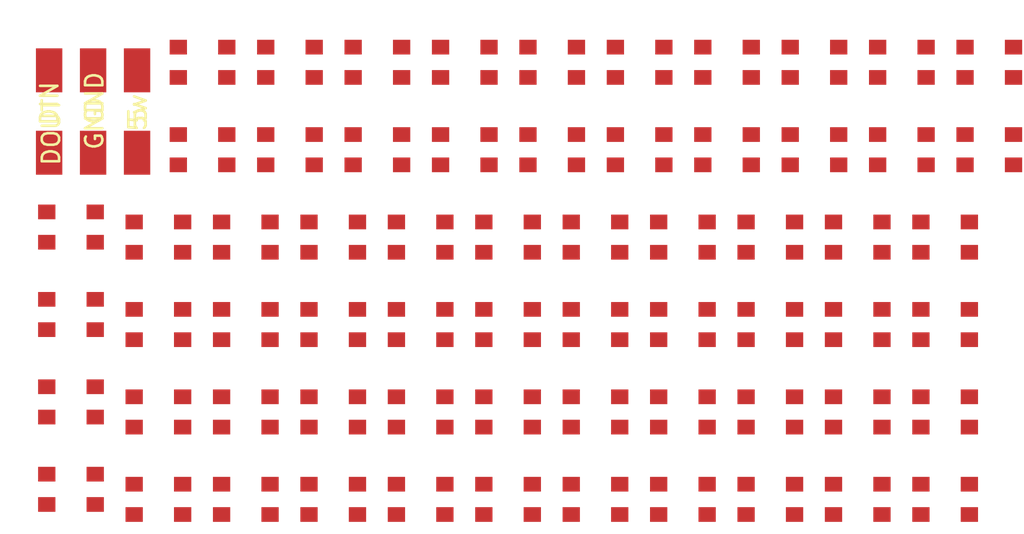
<source format=kicad_pcb>
(kicad_pcb (version 20171130) (host pcbnew 5.1.9)

  (general
    (thickness 1.6002)
    (drawings 0)
    (tracks 0)
    (zones 0)
    (modules 66)
    (nets 68)
  )

  (page USLetter)
  (title_block
    (rev 1)
  )

  (layers
    (0 Front signal)
    (1 In1.Cu signal)
    (2 In2.Cu signal)
    (31 Back signal)
    (34 B.Paste user hide)
    (35 F.Paste user)
    (36 B.SilkS user)
    (37 F.SilkS user hide)
    (38 B.Mask user)
    (39 F.Mask user)
    (44 Edge.Cuts user)
    (45 Margin user)
    (46 B.CrtYd user)
    (47 F.CrtYd user)
    (49 F.Fab user)
  )

  (setup
    (last_trace_width 0.127)
    (user_trace_width 0.15)
    (user_trace_width 0.2)
    (user_trace_width 0.4)
    (user_trace_width 0.6)
    (trace_clearance 0.127)
    (zone_clearance 0.508)
    (zone_45_only no)
    (trace_min 0.127)
    (via_size 0.6)
    (via_drill 0.3)
    (via_min_size 0.6)
    (via_min_drill 0.3)
    (user_via 0.6 0.3)
    (user_via 0.9 0.4)
    (uvia_size 0.6858)
    (uvia_drill 0.3302)
    (uvias_allowed no)
    (uvia_min_size 0)
    (uvia_min_drill 0)
    (edge_width 0.0381)
    (segment_width 0.254)
    (pcb_text_width 0.3048)
    (pcb_text_size 1.524 1.524)
    (mod_edge_width 0.1524)
    (mod_text_size 0.8128 0.8128)
    (mod_text_width 0.1524)
    (pad_size 1.524 1.524)
    (pad_drill 0.762)
    (pad_to_mask_clearance 0)
    (solder_mask_min_width 0.12)
    (aux_axis_origin 0 0)
    (visible_elements FEFFFF7F)
    (pcbplotparams
      (layerselection 0x010fc_ffffffff)
      (usegerberextensions false)
      (usegerberattributes false)
      (usegerberadvancedattributes false)
      (creategerberjobfile false)
      (excludeedgelayer true)
      (linewidth 0.152400)
      (plotframeref false)
      (viasonmask false)
      (mode 1)
      (useauxorigin false)
      (hpglpennumber 1)
      (hpglpenspeed 20)
      (hpglpendiameter 15.000000)
      (psnegative false)
      (psa4output false)
      (plotreference true)
      (plotvalue false)
      (plotinvisibletext false)
      (padsonsilk false)
      (subtractmaskfromsilk true)
      (outputformat 1)
      (mirror false)
      (drillshape 0)
      (scaleselection 1)
      (outputdirectory "./gerbers"))
  )

  (net 0 "")
  (net 1 GND)
  (net 2 N$64)
  (net 3 N$1)
  (net 4 VCC)
  (net 5 N$2)
  (net 6 N$3)
  (net 7 N$4)
  (net 8 N$5)
  (net 9 N$6)
  (net 10 N$7)
  (net 11 N$8)
  (net 12 N$9)
  (net 13 N$10)
  (net 14 N$11)
  (net 15 N$12)
  (net 16 N$13)
  (net 17 N$14)
  (net 18 N$15)
  (net 19 N$16)
  (net 20 N$17)
  (net 21 N$18)
  (net 22 N$19)
  (net 23 N$20)
  (net 24 N$21)
  (net 25 N$22)
  (net 26 N$23)
  (net 27 N$24)
  (net 28 N$25)
  (net 29 N$26)
  (net 30 N$27)
  (net 31 N$28)
  (net 32 N$29)
  (net 33 N$30)
  (net 34 N$31)
  (net 35 N$32)
  (net 36 N$33)
  (net 37 N$34)
  (net 38 N$35)
  (net 39 N$36)
  (net 40 N$37)
  (net 41 N$38)
  (net 42 N$39)
  (net 43 N$40)
  (net 44 N$41)
  (net 45 N$42)
  (net 46 N$43)
  (net 47 N$44)
  (net 48 N$45)
  (net 49 N$46)
  (net 50 N$47)
  (net 51 N$48)
  (net 52 N$49)
  (net 53 N$50)
  (net 54 N$51)
  (net 55 N$52)
  (net 56 N$53)
  (net 57 N$54)
  (net 58 N$55)
  (net 59 N$56)
  (net 60 N$57)
  (net 61 N$58)
  (net 62 N$59)
  (net 63 N$60)
  (net 64 N$61)
  (net 65 N$62)
  (net 66 N$63)
  (net 67 N$65)

  (net_class Default "This is the default net class."
    (clearance 0.127)
    (trace_width 0.127)
    (via_dia 0.6)
    (via_drill 0.3)
    (uvia_dia 0.6858)
    (uvia_drill 0.3302)
    (diff_pair_width 0.1524)
    (diff_pair_gap 0.254)
    (add_net GND)
    (add_net N$1)
    (add_net N$10)
    (add_net N$11)
    (add_net N$12)
    (add_net N$13)
    (add_net N$14)
    (add_net N$15)
    (add_net N$16)
    (add_net N$17)
    (add_net N$18)
    (add_net N$19)
    (add_net N$2)
    (add_net N$20)
    (add_net N$21)
    (add_net N$22)
    (add_net N$23)
    (add_net N$24)
    (add_net N$25)
    (add_net N$26)
    (add_net N$27)
    (add_net N$28)
    (add_net N$29)
    (add_net N$3)
    (add_net N$30)
    (add_net N$31)
    (add_net N$32)
    (add_net N$33)
    (add_net N$34)
    (add_net N$35)
    (add_net N$36)
    (add_net N$37)
    (add_net N$38)
    (add_net N$39)
    (add_net N$4)
    (add_net N$40)
    (add_net N$41)
    (add_net N$42)
    (add_net N$43)
    (add_net N$44)
    (add_net N$45)
    (add_net N$46)
    (add_net N$47)
    (add_net N$48)
    (add_net N$49)
    (add_net N$5)
    (add_net N$50)
    (add_net N$51)
    (add_net N$52)
    (add_net N$53)
    (add_net N$54)
    (add_net N$55)
    (add_net N$56)
    (add_net N$57)
    (add_net N$58)
    (add_net N$59)
    (add_net N$6)
    (add_net N$60)
    (add_net N$61)
    (add_net N$62)
    (add_net N$63)
    (add_net N$64)
    (add_net N$65)
    (add_net N$7)
    (add_net N$8)
    (add_net N$9)
    (add_net VCC)
  )

  (module LED_SK6812MINI_PLCC4_3.5x3.5mm_P1.75mm_lowprofile (layer Front) (tedit 6020297F) (tstamp 602285AD)
    (at 1.225001 12.145001)
    (descr https://cdn-shop.adafruit.com/product-files/2686/SK6812MINI_REV.01-1-2.pdf)
    (tags "LED RGB NeoPixel Mini")
    (path /top/15663401785396411068)
    (attr smd)
    (fp_text reference D1 (at 0 -2.75) (layer F.Fab)
      (effects (font (size 1 1) (thickness 0.15)))
    )
    (fp_text value WS2812B-MINI (at 0 3.25) (layer F.Fab) hide
      (effects (font (size 1 1) (thickness 0.15)))
    )
    (fp_line (start 2 -2) (end -2 -2) (layer F.CrtYd) (width 0.05))
    (fp_line (start 2 2) (end 2 -2) (layer F.CrtYd) (width 0.05))
    (fp_line (start -2 2) (end 2 2) (layer F.CrtYd) (width 0.05))
    (fp_line (start -2 -2) (end -2 2) (layer F.CrtYd) (width 0.05))
    (fp_line (start 1.75 0.75) (end 0.75 1.75) (layer F.Fab) (width 0.1))
    (fp_line (start -1.75 -1.75) (end -1.75 1.75) (layer F.Fab) (width 0.1))
    (fp_line (start -1.75 1.75) (end 1.75 1.75) (layer F.Fab) (width 0.1))
    (fp_line (start 1.75 1.75) (end 1.75 -1.75) (layer F.Fab) (width 0.1))
    (fp_line (start 1.75 -1.75) (end -1.75 -1.75) (layer F.Fab) (width 0.1))
    (fp_circle (center 0 0) (end 0 -1.5) (layer F.Fab) (width 0.1))
    (fp_text user 1 (at -3.5 -0.875) (layer F.Fab)
      (effects (font (size 1 1) (thickness 0.15)))
    )
    (fp_text user %R (at 0 0) (layer F.Fab)
      (effects (font (size 0.5 0.5) (thickness 0.1)))
    )
    (pad 3 smd rect (at 1.4 0.875) (size 1 0.85) (layers Front F.Paste F.Mask)
      (net 1 GND))
    (pad 4 smd rect (at 1.4 -0.875) (size 1 0.85) (layers Front F.Paste F.Mask)
      (net 2 N$64))
    (pad 2 smd rect (at -1.4 0.875) (size 1 0.85) (layers Front F.Paste F.Mask)
      (net 3 N$1))
    (pad 1 smd rect (at -1.4 -0.875) (size 1 0.85) (layers Front F.Paste F.Mask)
      (net 4 VCC))
    (model ${KISYS3DMOD}/LED_SMD.3dshapes/LED_SK6812MINI_PLCC4_3.5x3.5mm_P1.75mm.wrl
      (at (xyz 0 0 0))
      (scale (xyz 1 1 1))
      (rotate (xyz 0 0 0))
    )
  )

  (module LED_SK6812MINI_PLCC4_3.5x3.5mm_P1.75mm_lowprofile (layer Front) (tedit 6020297F) (tstamp 602285C1)
    (at 44.175001 -2.424999)
    (descr https://cdn-shop.adafruit.com/product-files/2686/SK6812MINI_REV.01-1-2.pdf)
    (tags "LED RGB NeoPixel Mini")
    (path /top/9316234003656323842)
    (attr smd)
    (fp_text reference D2 (at 0 -2.75) (layer F.Fab)
      (effects (font (size 1 1) (thickness 0.15)))
    )
    (fp_text value WS2812B-MINI (at 0 3.25) (layer F.Fab) hide
      (effects (font (size 1 1) (thickness 0.15)))
    )
    (fp_text user %R (at 0 0) (layer F.Fab)
      (effects (font (size 0.5 0.5) (thickness 0.1)))
    )
    (fp_text user 1 (at -3.5 -0.875) (layer F.Fab)
      (effects (font (size 1 1) (thickness 0.15)))
    )
    (fp_circle (center 0 0) (end 0 -1.5) (layer F.Fab) (width 0.1))
    (fp_line (start 1.75 -1.75) (end -1.75 -1.75) (layer F.Fab) (width 0.1))
    (fp_line (start 1.75 1.75) (end 1.75 -1.75) (layer F.Fab) (width 0.1))
    (fp_line (start -1.75 1.75) (end 1.75 1.75) (layer F.Fab) (width 0.1))
    (fp_line (start -1.75 -1.75) (end -1.75 1.75) (layer F.Fab) (width 0.1))
    (fp_line (start 1.75 0.75) (end 0.75 1.75) (layer F.Fab) (width 0.1))
    (fp_line (start -2 -2) (end -2 2) (layer F.CrtYd) (width 0.05))
    (fp_line (start -2 2) (end 2 2) (layer F.CrtYd) (width 0.05))
    (fp_line (start 2 2) (end 2 -2) (layer F.CrtYd) (width 0.05))
    (fp_line (start 2 -2) (end -2 -2) (layer F.CrtYd) (width 0.05))
    (pad 1 smd rect (at -1.4 -0.875) (size 1 0.85) (layers Front F.Paste F.Mask)
      (net 4 VCC))
    (pad 2 smd rect (at -1.4 0.875) (size 1 0.85) (layers Front F.Paste F.Mask)
      (net 5 N$2))
    (pad 4 smd rect (at 1.4 -0.875) (size 1 0.85) (layers Front F.Paste F.Mask)
      (net 3 N$1))
    (pad 3 smd rect (at 1.4 0.875) (size 1 0.85) (layers Front F.Paste F.Mask)
      (net 1 GND))
    (model ${KISYS3DMOD}/LED_SMD.3dshapes/LED_SK6812MINI_PLCC4_3.5x3.5mm_P1.75mm.wrl
      (at (xyz 0 0 0))
      (scale (xyz 1 1 1))
      (rotate (xyz 0 0 0))
    )
  )

  (module LED_SK6812MINI_PLCC4_3.5x3.5mm_P1.75mm_lowprofile (layer Front) (tedit 6020297F) (tstamp 602285D5)
    (at 21.425001 12.725001)
    (descr https://cdn-shop.adafruit.com/product-files/2686/SK6812MINI_REV.01-1-2.pdf)
    (tags "LED RGB NeoPixel Mini")
    (path /top/1306671164528086450)
    (attr smd)
    (fp_text reference D3 (at 0 -2.75) (layer F.Fab)
      (effects (font (size 1 1) (thickness 0.15)))
    )
    (fp_text value WS2812B-MINI (at 0 3.25) (layer F.Fab) hide
      (effects (font (size 1 1) (thickness 0.15)))
    )
    (fp_text user %R (at 0 0) (layer F.Fab)
      (effects (font (size 0.5 0.5) (thickness 0.1)))
    )
    (fp_text user 1 (at -3.5 -0.875) (layer F.Fab)
      (effects (font (size 1 1) (thickness 0.15)))
    )
    (fp_circle (center 0 0) (end 0 -1.5) (layer F.Fab) (width 0.1))
    (fp_line (start 1.75 -1.75) (end -1.75 -1.75) (layer F.Fab) (width 0.1))
    (fp_line (start 1.75 1.75) (end 1.75 -1.75) (layer F.Fab) (width 0.1))
    (fp_line (start -1.75 1.75) (end 1.75 1.75) (layer F.Fab) (width 0.1))
    (fp_line (start -1.75 -1.75) (end -1.75 1.75) (layer F.Fab) (width 0.1))
    (fp_line (start 1.75 0.75) (end 0.75 1.75) (layer F.Fab) (width 0.1))
    (fp_line (start -2 -2) (end -2 2) (layer F.CrtYd) (width 0.05))
    (fp_line (start -2 2) (end 2 2) (layer F.CrtYd) (width 0.05))
    (fp_line (start 2 2) (end 2 -2) (layer F.CrtYd) (width 0.05))
    (fp_line (start 2 -2) (end -2 -2) (layer F.CrtYd) (width 0.05))
    (pad 1 smd rect (at -1.4 -0.875) (size 1 0.85) (layers Front F.Paste F.Mask)
      (net 4 VCC))
    (pad 2 smd rect (at -1.4 0.875) (size 1 0.85) (layers Front F.Paste F.Mask)
      (net 6 N$3))
    (pad 4 smd rect (at 1.4 -0.875) (size 1 0.85) (layers Front F.Paste F.Mask)
      (net 5 N$2))
    (pad 3 smd rect (at 1.4 0.875) (size 1 0.85) (layers Front F.Paste F.Mask)
      (net 1 GND))
    (model ${KISYS3DMOD}/LED_SMD.3dshapes/LED_SK6812MINI_PLCC4_3.5x3.5mm_P1.75mm.wrl
      (at (xyz 0 0 0))
      (scale (xyz 1 1 1))
      (rotate (xyz 0 0 0))
    )
  )

  (module LED_SK6812MINI_PLCC4_3.5x3.5mm_P1.75mm_lowprofile (layer Front) (tedit 6020297F) (tstamp 602285E9)
    (at 11.325001 2.625001)
    (descr https://cdn-shop.adafruit.com/product-files/2686/SK6812MINI_REV.01-1-2.pdf)
    (tags "LED RGB NeoPixel Mini")
    (path /top/11470105806859665415)
    (attr smd)
    (fp_text reference D4 (at 0 -2.75) (layer F.Fab)
      (effects (font (size 1 1) (thickness 0.15)))
    )
    (fp_text value WS2812B-MINI (at 0 3.25) (layer F.Fab) hide
      (effects (font (size 1 1) (thickness 0.15)))
    )
    (fp_text user %R (at 0 0) (layer F.Fab)
      (effects (font (size 0.5 0.5) (thickness 0.1)))
    )
    (fp_text user 1 (at -3.5 -0.875) (layer F.Fab)
      (effects (font (size 1 1) (thickness 0.15)))
    )
    (fp_circle (center 0 0) (end 0 -1.5) (layer F.Fab) (width 0.1))
    (fp_line (start 1.75 -1.75) (end -1.75 -1.75) (layer F.Fab) (width 0.1))
    (fp_line (start 1.75 1.75) (end 1.75 -1.75) (layer F.Fab) (width 0.1))
    (fp_line (start -1.75 1.75) (end 1.75 1.75) (layer F.Fab) (width 0.1))
    (fp_line (start -1.75 -1.75) (end -1.75 1.75) (layer F.Fab) (width 0.1))
    (fp_line (start 1.75 0.75) (end 0.75 1.75) (layer F.Fab) (width 0.1))
    (fp_line (start -2 -2) (end -2 2) (layer F.CrtYd) (width 0.05))
    (fp_line (start -2 2) (end 2 2) (layer F.CrtYd) (width 0.05))
    (fp_line (start 2 2) (end 2 -2) (layer F.CrtYd) (width 0.05))
    (fp_line (start 2 -2) (end -2 -2) (layer F.CrtYd) (width 0.05))
    (pad 1 smd rect (at -1.4 -0.875) (size 1 0.85) (layers Front F.Paste F.Mask)
      (net 4 VCC))
    (pad 2 smd rect (at -1.4 0.875) (size 1 0.85) (layers Front F.Paste F.Mask)
      (net 7 N$4))
    (pad 4 smd rect (at 1.4 -0.875) (size 1 0.85) (layers Front F.Paste F.Mask)
      (net 6 N$3))
    (pad 3 smd rect (at 1.4 0.875) (size 1 0.85) (layers Front F.Paste F.Mask)
      (net 1 GND))
    (model ${KISYS3DMOD}/LED_SMD.3dshapes/LED_SK6812MINI_PLCC4_3.5x3.5mm_P1.75mm.wrl
      (at (xyz 0 0 0))
      (scale (xyz 1 1 1))
      (rotate (xyz 0 0 0))
    )
  )

  (module LED_SK6812MINI_PLCC4_3.5x3.5mm_P1.75mm_lowprofile (layer Front) (tedit 6020297F) (tstamp 602285FD)
    (at 36.575001 17.775001)
    (descr https://cdn-shop.adafruit.com/product-files/2686/SK6812MINI_REV.01-1-2.pdf)
    (tags "LED RGB NeoPixel Mini")
    (path /top/11257883931351346512)
    (attr smd)
    (fp_text reference D5 (at 0 -2.75) (layer F.Fab)
      (effects (font (size 1 1) (thickness 0.15)))
    )
    (fp_text value WS2812B-MINI (at 0 3.25) (layer F.Fab) hide
      (effects (font (size 1 1) (thickness 0.15)))
    )
    (fp_text user %R (at 0 0) (layer F.Fab)
      (effects (font (size 0.5 0.5) (thickness 0.1)))
    )
    (fp_text user 1 (at -3.5 -0.875) (layer F.Fab)
      (effects (font (size 1 1) (thickness 0.15)))
    )
    (fp_circle (center 0 0) (end 0 -1.5) (layer F.Fab) (width 0.1))
    (fp_line (start 1.75 -1.75) (end -1.75 -1.75) (layer F.Fab) (width 0.1))
    (fp_line (start 1.75 1.75) (end 1.75 -1.75) (layer F.Fab) (width 0.1))
    (fp_line (start -1.75 1.75) (end 1.75 1.75) (layer F.Fab) (width 0.1))
    (fp_line (start -1.75 -1.75) (end -1.75 1.75) (layer F.Fab) (width 0.1))
    (fp_line (start 1.75 0.75) (end 0.75 1.75) (layer F.Fab) (width 0.1))
    (fp_line (start -2 -2) (end -2 2) (layer F.CrtYd) (width 0.05))
    (fp_line (start -2 2) (end 2 2) (layer F.CrtYd) (width 0.05))
    (fp_line (start 2 2) (end 2 -2) (layer F.CrtYd) (width 0.05))
    (fp_line (start 2 -2) (end -2 -2) (layer F.CrtYd) (width 0.05))
    (pad 1 smd rect (at -1.4 -0.875) (size 1 0.85) (layers Front F.Paste F.Mask)
      (net 4 VCC))
    (pad 2 smd rect (at -1.4 0.875) (size 1 0.85) (layers Front F.Paste F.Mask)
      (net 8 N$5))
    (pad 4 smd rect (at 1.4 -0.875) (size 1 0.85) (layers Front F.Paste F.Mask)
      (net 7 N$4))
    (pad 3 smd rect (at 1.4 0.875) (size 1 0.85) (layers Front F.Paste F.Mask)
      (net 1 GND))
    (model ${KISYS3DMOD}/LED_SMD.3dshapes/LED_SK6812MINI_PLCC4_3.5x3.5mm_P1.75mm.wrl
      (at (xyz 0 0 0))
      (scale (xyz 1 1 1))
      (rotate (xyz 0 0 0))
    )
  )

  (module LED_SK6812MINI_PLCC4_3.5x3.5mm_P1.75mm_lowprofile (layer Front) (tedit 6020297F) (tstamp 60228611)
    (at 11.325001 7.675001)
    (descr https://cdn-shop.adafruit.com/product-files/2686/SK6812MINI_REV.01-1-2.pdf)
    (tags "LED RGB NeoPixel Mini")
    (path /top/15651499232577102870)
    (attr smd)
    (fp_text reference D6 (at 0 -2.75) (layer F.Fab)
      (effects (font (size 1 1) (thickness 0.15)))
    )
    (fp_text value WS2812B-MINI (at 0 3.25) (layer F.Fab) hide
      (effects (font (size 1 1) (thickness 0.15)))
    )
    (fp_line (start 2 -2) (end -2 -2) (layer F.CrtYd) (width 0.05))
    (fp_line (start 2 2) (end 2 -2) (layer F.CrtYd) (width 0.05))
    (fp_line (start -2 2) (end 2 2) (layer F.CrtYd) (width 0.05))
    (fp_line (start -2 -2) (end -2 2) (layer F.CrtYd) (width 0.05))
    (fp_line (start 1.75 0.75) (end 0.75 1.75) (layer F.Fab) (width 0.1))
    (fp_line (start -1.75 -1.75) (end -1.75 1.75) (layer F.Fab) (width 0.1))
    (fp_line (start -1.75 1.75) (end 1.75 1.75) (layer F.Fab) (width 0.1))
    (fp_line (start 1.75 1.75) (end 1.75 -1.75) (layer F.Fab) (width 0.1))
    (fp_line (start 1.75 -1.75) (end -1.75 -1.75) (layer F.Fab) (width 0.1))
    (fp_circle (center 0 0) (end 0 -1.5) (layer F.Fab) (width 0.1))
    (fp_text user 1 (at -3.5 -0.875) (layer F.Fab)
      (effects (font (size 1 1) (thickness 0.15)))
    )
    (fp_text user %R (at 0 0) (layer F.Fab)
      (effects (font (size 0.5 0.5) (thickness 0.1)))
    )
    (pad 3 smd rect (at 1.4 0.875) (size 1 0.85) (layers Front F.Paste F.Mask)
      (net 1 GND))
    (pad 4 smd rect (at 1.4 -0.875) (size 1 0.85) (layers Front F.Paste F.Mask)
      (net 8 N$5))
    (pad 2 smd rect (at -1.4 0.875) (size 1 0.85) (layers Front F.Paste F.Mask)
      (net 9 N$6))
    (pad 1 smd rect (at -1.4 -0.875) (size 1 0.85) (layers Front F.Paste F.Mask)
      (net 4 VCC))
    (model ${KISYS3DMOD}/LED_SMD.3dshapes/LED_SK6812MINI_PLCC4_3.5x3.5mm_P1.75mm.wrl
      (at (xyz 0 0 0))
      (scale (xyz 1 1 1))
      (rotate (xyz 0 0 0))
    )
  )

  (module LED_SK6812MINI_PLCC4_3.5x3.5mm_P1.75mm_lowprofile (layer Front) (tedit 6020297F) (tstamp 60228625)
    (at 54.275001 -2.424999)
    (descr https://cdn-shop.adafruit.com/product-files/2686/SK6812MINI_REV.01-1-2.pdf)
    (tags "LED RGB NeoPixel Mini")
    (path /top/5035410882449177143)
    (attr smd)
    (fp_text reference D7 (at 0 -2.75) (layer F.Fab)
      (effects (font (size 1 1) (thickness 0.15)))
    )
    (fp_text value WS2812B-MINI (at 0 3.25) (layer F.Fab) hide
      (effects (font (size 1 1) (thickness 0.15)))
    )
    (fp_line (start 2 -2) (end -2 -2) (layer F.CrtYd) (width 0.05))
    (fp_line (start 2 2) (end 2 -2) (layer F.CrtYd) (width 0.05))
    (fp_line (start -2 2) (end 2 2) (layer F.CrtYd) (width 0.05))
    (fp_line (start -2 -2) (end -2 2) (layer F.CrtYd) (width 0.05))
    (fp_line (start 1.75 0.75) (end 0.75 1.75) (layer F.Fab) (width 0.1))
    (fp_line (start -1.75 -1.75) (end -1.75 1.75) (layer F.Fab) (width 0.1))
    (fp_line (start -1.75 1.75) (end 1.75 1.75) (layer F.Fab) (width 0.1))
    (fp_line (start 1.75 1.75) (end 1.75 -1.75) (layer F.Fab) (width 0.1))
    (fp_line (start 1.75 -1.75) (end -1.75 -1.75) (layer F.Fab) (width 0.1))
    (fp_circle (center 0 0) (end 0 -1.5) (layer F.Fab) (width 0.1))
    (fp_text user 1 (at -3.5 -0.875) (layer F.Fab)
      (effects (font (size 1 1) (thickness 0.15)))
    )
    (fp_text user %R (at 0 0) (layer F.Fab)
      (effects (font (size 0.5 0.5) (thickness 0.1)))
    )
    (pad 3 smd rect (at 1.4 0.875) (size 1 0.85) (layers Front F.Paste F.Mask)
      (net 1 GND))
    (pad 4 smd rect (at 1.4 -0.875) (size 1 0.85) (layers Front F.Paste F.Mask)
      (net 9 N$6))
    (pad 2 smd rect (at -1.4 0.875) (size 1 0.85) (layers Front F.Paste F.Mask)
      (net 10 N$7))
    (pad 1 smd rect (at -1.4 -0.875) (size 1 0.85) (layers Front F.Paste F.Mask)
      (net 4 VCC))
    (model ${KISYS3DMOD}/LED_SMD.3dshapes/LED_SK6812MINI_PLCC4_3.5x3.5mm_P1.75mm.wrl
      (at (xyz 0 0 0))
      (scale (xyz 1 1 1))
      (rotate (xyz 0 0 0))
    )
  )

  (module LED_SK6812MINI_PLCC4_3.5x3.5mm_P1.75mm_lowprofile (layer Front) (tedit 6020297F) (tstamp 60228639)
    (at 46.675001 2.625001)
    (descr https://cdn-shop.adafruit.com/product-files/2686/SK6812MINI_REV.01-1-2.pdf)
    (tags "LED RGB NeoPixel Mini")
    (path /top/3665435702363558420)
    (attr smd)
    (fp_text reference D8 (at 0 -2.75) (layer F.Fab)
      (effects (font (size 1 1) (thickness 0.15)))
    )
    (fp_text value WS2812B-MINI (at 0 3.25) (layer F.Fab) hide
      (effects (font (size 1 1) (thickness 0.15)))
    )
    (fp_text user %R (at 0 0) (layer F.Fab)
      (effects (font (size 0.5 0.5) (thickness 0.1)))
    )
    (fp_text user 1 (at -3.5 -0.875) (layer F.Fab)
      (effects (font (size 1 1) (thickness 0.15)))
    )
    (fp_circle (center 0 0) (end 0 -1.5) (layer F.Fab) (width 0.1))
    (fp_line (start 1.75 -1.75) (end -1.75 -1.75) (layer F.Fab) (width 0.1))
    (fp_line (start 1.75 1.75) (end 1.75 -1.75) (layer F.Fab) (width 0.1))
    (fp_line (start -1.75 1.75) (end 1.75 1.75) (layer F.Fab) (width 0.1))
    (fp_line (start -1.75 -1.75) (end -1.75 1.75) (layer F.Fab) (width 0.1))
    (fp_line (start 1.75 0.75) (end 0.75 1.75) (layer F.Fab) (width 0.1))
    (fp_line (start -2 -2) (end -2 2) (layer F.CrtYd) (width 0.05))
    (fp_line (start -2 2) (end 2 2) (layer F.CrtYd) (width 0.05))
    (fp_line (start 2 2) (end 2 -2) (layer F.CrtYd) (width 0.05))
    (fp_line (start 2 -2) (end -2 -2) (layer F.CrtYd) (width 0.05))
    (pad 1 smd rect (at -1.4 -0.875) (size 1 0.85) (layers Front F.Paste F.Mask)
      (net 4 VCC))
    (pad 2 smd rect (at -1.4 0.875) (size 1 0.85) (layers Front F.Paste F.Mask)
      (net 11 N$8))
    (pad 4 smd rect (at 1.4 -0.875) (size 1 0.85) (layers Front F.Paste F.Mask)
      (net 10 N$7))
    (pad 3 smd rect (at 1.4 0.875) (size 1 0.85) (layers Front F.Paste F.Mask)
      (net 1 GND))
    (model ${KISYS3DMOD}/LED_SMD.3dshapes/LED_SK6812MINI_PLCC4_3.5x3.5mm_P1.75mm.wrl
      (at (xyz 0 0 0))
      (scale (xyz 1 1 1))
      (rotate (xyz 0 0 0))
    )
  )

  (module LED_SK6812MINI_PLCC4_3.5x3.5mm_P1.75mm_lowprofile (layer Front) (tedit 6020297F) (tstamp 6022864D)
    (at 51.725001 7.675001)
    (descr https://cdn-shop.adafruit.com/product-files/2686/SK6812MINI_REV.01-1-2.pdf)
    (tags "LED RGB NeoPixel Mini")
    (path /top/13583487233742302706)
    (attr smd)
    (fp_text reference D9 (at 0 -2.75) (layer F.Fab)
      (effects (font (size 1 1) (thickness 0.15)))
    )
    (fp_text value WS2812B-MINI (at 0 3.25) (layer F.Fab) hide
      (effects (font (size 1 1) (thickness 0.15)))
    )
    (fp_line (start 2 -2) (end -2 -2) (layer F.CrtYd) (width 0.05))
    (fp_line (start 2 2) (end 2 -2) (layer F.CrtYd) (width 0.05))
    (fp_line (start -2 2) (end 2 2) (layer F.CrtYd) (width 0.05))
    (fp_line (start -2 -2) (end -2 2) (layer F.CrtYd) (width 0.05))
    (fp_line (start 1.75 0.75) (end 0.75 1.75) (layer F.Fab) (width 0.1))
    (fp_line (start -1.75 -1.75) (end -1.75 1.75) (layer F.Fab) (width 0.1))
    (fp_line (start -1.75 1.75) (end 1.75 1.75) (layer F.Fab) (width 0.1))
    (fp_line (start 1.75 1.75) (end 1.75 -1.75) (layer F.Fab) (width 0.1))
    (fp_line (start 1.75 -1.75) (end -1.75 -1.75) (layer F.Fab) (width 0.1))
    (fp_circle (center 0 0) (end 0 -1.5) (layer F.Fab) (width 0.1))
    (fp_text user 1 (at -3.5 -0.875) (layer F.Fab)
      (effects (font (size 1 1) (thickness 0.15)))
    )
    (fp_text user %R (at 0 0) (layer F.Fab)
      (effects (font (size 0.5 0.5) (thickness 0.1)))
    )
    (pad 3 smd rect (at 1.4 0.875) (size 1 0.85) (layers Front F.Paste F.Mask)
      (net 1 GND))
    (pad 4 smd rect (at 1.4 -0.875) (size 1 0.85) (layers Front F.Paste F.Mask)
      (net 11 N$8))
    (pad 2 smd rect (at -1.4 0.875) (size 1 0.85) (layers Front F.Paste F.Mask)
      (net 12 N$9))
    (pad 1 smd rect (at -1.4 -0.875) (size 1 0.85) (layers Front F.Paste F.Mask)
      (net 4 VCC))
    (model ${KISYS3DMOD}/LED_SMD.3dshapes/LED_SK6812MINI_PLCC4_3.5x3.5mm_P1.75mm.wrl
      (at (xyz 0 0 0))
      (scale (xyz 1 1 1))
      (rotate (xyz 0 0 0))
    )
  )

  (module LED_SK6812MINI_PLCC4_3.5x3.5mm_P1.75mm_lowprofile (layer Front) (tedit 6020297F) (tstamp 60228661)
    (at 31.525001 17.775001)
    (descr https://cdn-shop.adafruit.com/product-files/2686/SK6812MINI_REV.01-1-2.pdf)
    (tags "LED RGB NeoPixel Mini")
    (path /top/6750551114805709734)
    (attr smd)
    (fp_text reference D10 (at 0 -2.75) (layer F.Fab)
      (effects (font (size 1 1) (thickness 0.15)))
    )
    (fp_text value WS2812B-MINI (at 0 3.25) (layer F.Fab) hide
      (effects (font (size 1 1) (thickness 0.15)))
    )
    (fp_text user %R (at 0 0) (layer F.Fab)
      (effects (font (size 0.5 0.5) (thickness 0.1)))
    )
    (fp_text user 1 (at -3.5 -0.875) (layer F.Fab)
      (effects (font (size 1 1) (thickness 0.15)))
    )
    (fp_circle (center 0 0) (end 0 -1.5) (layer F.Fab) (width 0.1))
    (fp_line (start 1.75 -1.75) (end -1.75 -1.75) (layer F.Fab) (width 0.1))
    (fp_line (start 1.75 1.75) (end 1.75 -1.75) (layer F.Fab) (width 0.1))
    (fp_line (start -1.75 1.75) (end 1.75 1.75) (layer F.Fab) (width 0.1))
    (fp_line (start -1.75 -1.75) (end -1.75 1.75) (layer F.Fab) (width 0.1))
    (fp_line (start 1.75 0.75) (end 0.75 1.75) (layer F.Fab) (width 0.1))
    (fp_line (start -2 -2) (end -2 2) (layer F.CrtYd) (width 0.05))
    (fp_line (start -2 2) (end 2 2) (layer F.CrtYd) (width 0.05))
    (fp_line (start 2 2) (end 2 -2) (layer F.CrtYd) (width 0.05))
    (fp_line (start 2 -2) (end -2 -2) (layer F.CrtYd) (width 0.05))
    (pad 1 smd rect (at -1.4 -0.875) (size 1 0.85) (layers Front F.Paste F.Mask)
      (net 4 VCC))
    (pad 2 smd rect (at -1.4 0.875) (size 1 0.85) (layers Front F.Paste F.Mask)
      (net 13 N$10))
    (pad 4 smd rect (at 1.4 -0.875) (size 1 0.85) (layers Front F.Paste F.Mask)
      (net 12 N$9))
    (pad 3 smd rect (at 1.4 0.875) (size 1 0.85) (layers Front F.Paste F.Mask)
      (net 1 GND))
    (model ${KISYS3DMOD}/LED_SMD.3dshapes/LED_SK6812MINI_PLCC4_3.5x3.5mm_P1.75mm.wrl
      (at (xyz 0 0 0))
      (scale (xyz 1 1 1))
      (rotate (xyz 0 0 0))
    )
  )

  (module LED_SK6812MINI_PLCC4_3.5x3.5mm_P1.75mm_lowprofile (layer Front) (tedit 6020297F) (tstamp 60228675)
    (at 41.625001 12.725001)
    (descr https://cdn-shop.adafruit.com/product-files/2686/SK6812MINI_REV.01-1-2.pdf)
    (tags "LED RGB NeoPixel Mini")
    (path /top/18086101133225560488)
    (attr smd)
    (fp_text reference D11 (at 0 -2.75) (layer F.Fab)
      (effects (font (size 1 1) (thickness 0.15)))
    )
    (fp_text value WS2812B-MINI (at 0 3.25) (layer F.Fab) hide
      (effects (font (size 1 1) (thickness 0.15)))
    )
    (fp_line (start 2 -2) (end -2 -2) (layer F.CrtYd) (width 0.05))
    (fp_line (start 2 2) (end 2 -2) (layer F.CrtYd) (width 0.05))
    (fp_line (start -2 2) (end 2 2) (layer F.CrtYd) (width 0.05))
    (fp_line (start -2 -2) (end -2 2) (layer F.CrtYd) (width 0.05))
    (fp_line (start 1.75 0.75) (end 0.75 1.75) (layer F.Fab) (width 0.1))
    (fp_line (start -1.75 -1.75) (end -1.75 1.75) (layer F.Fab) (width 0.1))
    (fp_line (start -1.75 1.75) (end 1.75 1.75) (layer F.Fab) (width 0.1))
    (fp_line (start 1.75 1.75) (end 1.75 -1.75) (layer F.Fab) (width 0.1))
    (fp_line (start 1.75 -1.75) (end -1.75 -1.75) (layer F.Fab) (width 0.1))
    (fp_circle (center 0 0) (end 0 -1.5) (layer F.Fab) (width 0.1))
    (fp_text user 1 (at -3.5 -0.875) (layer F.Fab)
      (effects (font (size 1 1) (thickness 0.15)))
    )
    (fp_text user %R (at 0 0) (layer F.Fab)
      (effects (font (size 0.5 0.5) (thickness 0.1)))
    )
    (pad 3 smd rect (at 1.4 0.875) (size 1 0.85) (layers Front F.Paste F.Mask)
      (net 1 GND))
    (pad 4 smd rect (at 1.4 -0.875) (size 1 0.85) (layers Front F.Paste F.Mask)
      (net 13 N$10))
    (pad 2 smd rect (at -1.4 0.875) (size 1 0.85) (layers Front F.Paste F.Mask)
      (net 14 N$11))
    (pad 1 smd rect (at -1.4 -0.875) (size 1 0.85) (layers Front F.Paste F.Mask)
      (net 4 VCC))
    (model ${KISYS3DMOD}/LED_SMD.3dshapes/LED_SK6812MINI_PLCC4_3.5x3.5mm_P1.75mm.wrl
      (at (xyz 0 0 0))
      (scale (xyz 1 1 1))
      (rotate (xyz 0 0 0))
    )
  )

  (module LED_SK6812MINI_PLCC4_3.5x3.5mm_P1.75mm_lowprofile (layer Front) (tedit 6020297F) (tstamp 60228689)
    (at 16.375001 7.675001)
    (descr https://cdn-shop.adafruit.com/product-files/2686/SK6812MINI_REV.01-1-2.pdf)
    (tags "LED RGB NeoPixel Mini")
    (path /top/16346667030754189948)
    (attr smd)
    (fp_text reference D12 (at 0 -2.75) (layer F.Fab)
      (effects (font (size 1 1) (thickness 0.15)))
    )
    (fp_text value WS2812B-MINI (at 0 3.25) (layer F.Fab) hide
      (effects (font (size 1 1) (thickness 0.15)))
    )
    (fp_text user %R (at 0 0) (layer F.Fab)
      (effects (font (size 0.5 0.5) (thickness 0.1)))
    )
    (fp_text user 1 (at -3.5 -0.875) (layer F.Fab)
      (effects (font (size 1 1) (thickness 0.15)))
    )
    (fp_circle (center 0 0) (end 0 -1.5) (layer F.Fab) (width 0.1))
    (fp_line (start 1.75 -1.75) (end -1.75 -1.75) (layer F.Fab) (width 0.1))
    (fp_line (start 1.75 1.75) (end 1.75 -1.75) (layer F.Fab) (width 0.1))
    (fp_line (start -1.75 1.75) (end 1.75 1.75) (layer F.Fab) (width 0.1))
    (fp_line (start -1.75 -1.75) (end -1.75 1.75) (layer F.Fab) (width 0.1))
    (fp_line (start 1.75 0.75) (end 0.75 1.75) (layer F.Fab) (width 0.1))
    (fp_line (start -2 -2) (end -2 2) (layer F.CrtYd) (width 0.05))
    (fp_line (start -2 2) (end 2 2) (layer F.CrtYd) (width 0.05))
    (fp_line (start 2 2) (end 2 -2) (layer F.CrtYd) (width 0.05))
    (fp_line (start 2 -2) (end -2 -2) (layer F.CrtYd) (width 0.05))
    (pad 1 smd rect (at -1.4 -0.875) (size 1 0.85) (layers Front F.Paste F.Mask)
      (net 4 VCC))
    (pad 2 smd rect (at -1.4 0.875) (size 1 0.85) (layers Front F.Paste F.Mask)
      (net 15 N$12))
    (pad 4 smd rect (at 1.4 -0.875) (size 1 0.85) (layers Front F.Paste F.Mask)
      (net 14 N$11))
    (pad 3 smd rect (at 1.4 0.875) (size 1 0.85) (layers Front F.Paste F.Mask)
      (net 1 GND))
    (model ${KISYS3DMOD}/LED_SMD.3dshapes/LED_SK6812MINI_PLCC4_3.5x3.5mm_P1.75mm.wrl
      (at (xyz 0 0 0))
      (scale (xyz 1 1 1))
      (rotate (xyz 0 0 0))
    )
  )

  (module LED_SK6812MINI_PLCC4_3.5x3.5mm_P1.75mm_lowprofile (layer Front) (tedit 6020297F) (tstamp 6022869D)
    (at 26.475001 2.625001)
    (descr https://cdn-shop.adafruit.com/product-files/2686/SK6812MINI_REV.01-1-2.pdf)
    (tags "LED RGB NeoPixel Mini")
    (path /top/11254594210918260007)
    (attr smd)
    (fp_text reference D13 (at 0 -2.75) (layer F.Fab)
      (effects (font (size 1 1) (thickness 0.15)))
    )
    (fp_text value WS2812B-MINI (at 0 3.25) (layer F.Fab) hide
      (effects (font (size 1 1) (thickness 0.15)))
    )
    (fp_line (start 2 -2) (end -2 -2) (layer F.CrtYd) (width 0.05))
    (fp_line (start 2 2) (end 2 -2) (layer F.CrtYd) (width 0.05))
    (fp_line (start -2 2) (end 2 2) (layer F.CrtYd) (width 0.05))
    (fp_line (start -2 -2) (end -2 2) (layer F.CrtYd) (width 0.05))
    (fp_line (start 1.75 0.75) (end 0.75 1.75) (layer F.Fab) (width 0.1))
    (fp_line (start -1.75 -1.75) (end -1.75 1.75) (layer F.Fab) (width 0.1))
    (fp_line (start -1.75 1.75) (end 1.75 1.75) (layer F.Fab) (width 0.1))
    (fp_line (start 1.75 1.75) (end 1.75 -1.75) (layer F.Fab) (width 0.1))
    (fp_line (start 1.75 -1.75) (end -1.75 -1.75) (layer F.Fab) (width 0.1))
    (fp_circle (center 0 0) (end 0 -1.5) (layer F.Fab) (width 0.1))
    (fp_text user 1 (at -3.5 -0.875) (layer F.Fab)
      (effects (font (size 1 1) (thickness 0.15)))
    )
    (fp_text user %R (at 0 0) (layer F.Fab)
      (effects (font (size 0.5 0.5) (thickness 0.1)))
    )
    (pad 3 smd rect (at 1.4 0.875) (size 1 0.85) (layers Front F.Paste F.Mask)
      (net 1 GND))
    (pad 4 smd rect (at 1.4 -0.875) (size 1 0.85) (layers Front F.Paste F.Mask)
      (net 15 N$12))
    (pad 2 smd rect (at -1.4 0.875) (size 1 0.85) (layers Front F.Paste F.Mask)
      (net 16 N$13))
    (pad 1 smd rect (at -1.4 -0.875) (size 1 0.85) (layers Front F.Paste F.Mask)
      (net 4 VCC))
    (model ${KISYS3DMOD}/LED_SMD.3dshapes/LED_SK6812MINI_PLCC4_3.5x3.5mm_P1.75mm.wrl
      (at (xyz 0 0 0))
      (scale (xyz 1 1 1))
      (rotate (xyz 0 0 0))
    )
  )

  (module LED_SK6812MINI_PLCC4_3.5x3.5mm_P1.75mm_lowprofile (layer Front) (tedit 6020297F) (tstamp 602286B1)
    (at 8.825001 -7.474999)
    (descr https://cdn-shop.adafruit.com/product-files/2686/SK6812MINI_REV.01-1-2.pdf)
    (tags "LED RGB NeoPixel Mini")
    (path /top/14325126327147753395)
    (attr smd)
    (fp_text reference D14 (at 0 -2.75) (layer F.Fab)
      (effects (font (size 1 1) (thickness 0.15)))
    )
    (fp_text value WS2812B-MINI (at 0 3.25) (layer F.Fab) hide
      (effects (font (size 1 1) (thickness 0.15)))
    )
    (fp_text user %R (at 0 0) (layer F.Fab)
      (effects (font (size 0.5 0.5) (thickness 0.1)))
    )
    (fp_text user 1 (at -3.5 -0.875) (layer F.Fab)
      (effects (font (size 1 1) (thickness 0.15)))
    )
    (fp_circle (center 0 0) (end 0 -1.5) (layer F.Fab) (width 0.1))
    (fp_line (start 1.75 -1.75) (end -1.75 -1.75) (layer F.Fab) (width 0.1))
    (fp_line (start 1.75 1.75) (end 1.75 -1.75) (layer F.Fab) (width 0.1))
    (fp_line (start -1.75 1.75) (end 1.75 1.75) (layer F.Fab) (width 0.1))
    (fp_line (start -1.75 -1.75) (end -1.75 1.75) (layer F.Fab) (width 0.1))
    (fp_line (start 1.75 0.75) (end 0.75 1.75) (layer F.Fab) (width 0.1))
    (fp_line (start -2 -2) (end -2 2) (layer F.CrtYd) (width 0.05))
    (fp_line (start -2 2) (end 2 2) (layer F.CrtYd) (width 0.05))
    (fp_line (start 2 2) (end 2 -2) (layer F.CrtYd) (width 0.05))
    (fp_line (start 2 -2) (end -2 -2) (layer F.CrtYd) (width 0.05))
    (pad 1 smd rect (at -1.4 -0.875) (size 1 0.85) (layers Front F.Paste F.Mask)
      (net 4 VCC))
    (pad 2 smd rect (at -1.4 0.875) (size 1 0.85) (layers Front F.Paste F.Mask)
      (net 17 N$14))
    (pad 4 smd rect (at 1.4 -0.875) (size 1 0.85) (layers Front F.Paste F.Mask)
      (net 16 N$13))
    (pad 3 smd rect (at 1.4 0.875) (size 1 0.85) (layers Front F.Paste F.Mask)
      (net 1 GND))
    (model ${KISYS3DMOD}/LED_SMD.3dshapes/LED_SK6812MINI_PLCC4_3.5x3.5mm_P1.75mm.wrl
      (at (xyz 0 0 0))
      (scale (xyz 1 1 1))
      (rotate (xyz 0 0 0))
    )
  )

  (module LED_SK6812MINI_PLCC4_3.5x3.5mm_P1.75mm_lowprofile (layer Front) (tedit 6020297F) (tstamp 602286C5)
    (at 41.625001 7.675001)
    (descr https://cdn-shop.adafruit.com/product-files/2686/SK6812MINI_REV.01-1-2.pdf)
    (tags "LED RGB NeoPixel Mini")
    (path /top/9109399106561220230)
    (attr smd)
    (fp_text reference D15 (at 0 -2.75) (layer F.Fab)
      (effects (font (size 1 1) (thickness 0.15)))
    )
    (fp_text value WS2812B-MINI (at 0 3.25) (layer F.Fab) hide
      (effects (font (size 1 1) (thickness 0.15)))
    )
    (fp_line (start 2 -2) (end -2 -2) (layer F.CrtYd) (width 0.05))
    (fp_line (start 2 2) (end 2 -2) (layer F.CrtYd) (width 0.05))
    (fp_line (start -2 2) (end 2 2) (layer F.CrtYd) (width 0.05))
    (fp_line (start -2 -2) (end -2 2) (layer F.CrtYd) (width 0.05))
    (fp_line (start 1.75 0.75) (end 0.75 1.75) (layer F.Fab) (width 0.1))
    (fp_line (start -1.75 -1.75) (end -1.75 1.75) (layer F.Fab) (width 0.1))
    (fp_line (start -1.75 1.75) (end 1.75 1.75) (layer F.Fab) (width 0.1))
    (fp_line (start 1.75 1.75) (end 1.75 -1.75) (layer F.Fab) (width 0.1))
    (fp_line (start 1.75 -1.75) (end -1.75 -1.75) (layer F.Fab) (width 0.1))
    (fp_circle (center 0 0) (end 0 -1.5) (layer F.Fab) (width 0.1))
    (fp_text user 1 (at -3.5 -0.875) (layer F.Fab)
      (effects (font (size 1 1) (thickness 0.15)))
    )
    (fp_text user %R (at 0 0) (layer F.Fab)
      (effects (font (size 0.5 0.5) (thickness 0.1)))
    )
    (pad 3 smd rect (at 1.4 0.875) (size 1 0.85) (layers Front F.Paste F.Mask)
      (net 1 GND))
    (pad 4 smd rect (at 1.4 -0.875) (size 1 0.85) (layers Front F.Paste F.Mask)
      (net 17 N$14))
    (pad 2 smd rect (at -1.4 0.875) (size 1 0.85) (layers Front F.Paste F.Mask)
      (net 18 N$15))
    (pad 1 smd rect (at -1.4 -0.875) (size 1 0.85) (layers Front F.Paste F.Mask)
      (net 4 VCC))
    (model ${KISYS3DMOD}/LED_SMD.3dshapes/LED_SK6812MINI_PLCC4_3.5x3.5mm_P1.75mm.wrl
      (at (xyz 0 0 0))
      (scale (xyz 1 1 1))
      (rotate (xyz 0 0 0))
    )
  )

  (module LED_SK6812MINI_PLCC4_3.5x3.5mm_P1.75mm_lowprofile (layer Front) (tedit 6020297F) (tstamp 602286D9)
    (at 29.025001 -7.474999)
    (descr https://cdn-shop.adafruit.com/product-files/2686/SK6812MINI_REV.01-1-2.pdf)
    (tags "LED RGB NeoPixel Mini")
    (path /top/14835212535893379259)
    (attr smd)
    (fp_text reference D16 (at 0 -2.75) (layer F.Fab)
      (effects (font (size 1 1) (thickness 0.15)))
    )
    (fp_text value WS2812B-MINI (at 0 3.25) (layer F.Fab) hide
      (effects (font (size 1 1) (thickness 0.15)))
    )
    (fp_text user %R (at 0 0) (layer F.Fab)
      (effects (font (size 0.5 0.5) (thickness 0.1)))
    )
    (fp_text user 1 (at -3.5 -0.875) (layer F.Fab)
      (effects (font (size 1 1) (thickness 0.15)))
    )
    (fp_circle (center 0 0) (end 0 -1.5) (layer F.Fab) (width 0.1))
    (fp_line (start 1.75 -1.75) (end -1.75 -1.75) (layer F.Fab) (width 0.1))
    (fp_line (start 1.75 1.75) (end 1.75 -1.75) (layer F.Fab) (width 0.1))
    (fp_line (start -1.75 1.75) (end 1.75 1.75) (layer F.Fab) (width 0.1))
    (fp_line (start -1.75 -1.75) (end -1.75 1.75) (layer F.Fab) (width 0.1))
    (fp_line (start 1.75 0.75) (end 0.75 1.75) (layer F.Fab) (width 0.1))
    (fp_line (start -2 -2) (end -2 2) (layer F.CrtYd) (width 0.05))
    (fp_line (start -2 2) (end 2 2) (layer F.CrtYd) (width 0.05))
    (fp_line (start 2 2) (end 2 -2) (layer F.CrtYd) (width 0.05))
    (fp_line (start 2 -2) (end -2 -2) (layer F.CrtYd) (width 0.05))
    (pad 1 smd rect (at -1.4 -0.875) (size 1 0.85) (layers Front F.Paste F.Mask)
      (net 4 VCC))
    (pad 2 smd rect (at -1.4 0.875) (size 1 0.85) (layers Front F.Paste F.Mask)
      (net 19 N$16))
    (pad 4 smd rect (at 1.4 -0.875) (size 1 0.85) (layers Front F.Paste F.Mask)
      (net 18 N$15))
    (pad 3 smd rect (at 1.4 0.875) (size 1 0.85) (layers Front F.Paste F.Mask)
      (net 1 GND))
    (model ${KISYS3DMOD}/LED_SMD.3dshapes/LED_SK6812MINI_PLCC4_3.5x3.5mm_P1.75mm.wrl
      (at (xyz 0 0 0))
      (scale (xyz 1 1 1))
      (rotate (xyz 0 0 0))
    )
  )

  (module LED_SK6812MINI_PLCC4_3.5x3.5mm_P1.75mm_lowprofile (layer Front) (tedit 6020297F) (tstamp 602286ED)
    (at 51.725001 17.775001)
    (descr https://cdn-shop.adafruit.com/product-files/2686/SK6812MINI_REV.01-1-2.pdf)
    (tags "LED RGB NeoPixel Mini")
    (path /top/853222010884826393)
    (attr smd)
    (fp_text reference D17 (at 0 -2.75) (layer F.Fab)
      (effects (font (size 1 1) (thickness 0.15)))
    )
    (fp_text value WS2812B-MINI (at 0 3.25) (layer F.Fab) hide
      (effects (font (size 1 1) (thickness 0.15)))
    )
    (fp_text user %R (at 0 0) (layer F.Fab)
      (effects (font (size 0.5 0.5) (thickness 0.1)))
    )
    (fp_text user 1 (at -3.5 -0.875) (layer F.Fab)
      (effects (font (size 1 1) (thickness 0.15)))
    )
    (fp_circle (center 0 0) (end 0 -1.5) (layer F.Fab) (width 0.1))
    (fp_line (start 1.75 -1.75) (end -1.75 -1.75) (layer F.Fab) (width 0.1))
    (fp_line (start 1.75 1.75) (end 1.75 -1.75) (layer F.Fab) (width 0.1))
    (fp_line (start -1.75 1.75) (end 1.75 1.75) (layer F.Fab) (width 0.1))
    (fp_line (start -1.75 -1.75) (end -1.75 1.75) (layer F.Fab) (width 0.1))
    (fp_line (start 1.75 0.75) (end 0.75 1.75) (layer F.Fab) (width 0.1))
    (fp_line (start -2 -2) (end -2 2) (layer F.CrtYd) (width 0.05))
    (fp_line (start -2 2) (end 2 2) (layer F.CrtYd) (width 0.05))
    (fp_line (start 2 2) (end 2 -2) (layer F.CrtYd) (width 0.05))
    (fp_line (start 2 -2) (end -2 -2) (layer F.CrtYd) (width 0.05))
    (pad 1 smd rect (at -1.4 -0.875) (size 1 0.85) (layers Front F.Paste F.Mask)
      (net 4 VCC))
    (pad 2 smd rect (at -1.4 0.875) (size 1 0.85) (layers Front F.Paste F.Mask)
      (net 20 N$17))
    (pad 4 smd rect (at 1.4 -0.875) (size 1 0.85) (layers Front F.Paste F.Mask)
      (net 19 N$16))
    (pad 3 smd rect (at 1.4 0.875) (size 1 0.85) (layers Front F.Paste F.Mask)
      (net 1 GND))
    (model ${KISYS3DMOD}/LED_SMD.3dshapes/LED_SK6812MINI_PLCC4_3.5x3.5mm_P1.75mm.wrl
      (at (xyz 0 0 0))
      (scale (xyz 1 1 1))
      (rotate (xyz 0 0 0))
    )
  )

  (module LED_SK6812MINI_PLCC4_3.5x3.5mm_P1.75mm_lowprofile (layer Front) (tedit 6020297F) (tstamp 60228701)
    (at 36.575001 12.725001)
    (descr https://cdn-shop.adafruit.com/product-files/2686/SK6812MINI_REV.01-1-2.pdf)
    (tags "LED RGB NeoPixel Mini")
    (path /top/5658179378942056296)
    (attr smd)
    (fp_text reference D18 (at 0 -2.75) (layer F.Fab)
      (effects (font (size 1 1) (thickness 0.15)))
    )
    (fp_text value WS2812B-MINI (at 0 3.25) (layer F.Fab) hide
      (effects (font (size 1 1) (thickness 0.15)))
    )
    (fp_text user %R (at 0 0) (layer F.Fab)
      (effects (font (size 0.5 0.5) (thickness 0.1)))
    )
    (fp_text user 1 (at -3.5 -0.875) (layer F.Fab)
      (effects (font (size 1 1) (thickness 0.15)))
    )
    (fp_circle (center 0 0) (end 0 -1.5) (layer F.Fab) (width 0.1))
    (fp_line (start 1.75 -1.75) (end -1.75 -1.75) (layer F.Fab) (width 0.1))
    (fp_line (start 1.75 1.75) (end 1.75 -1.75) (layer F.Fab) (width 0.1))
    (fp_line (start -1.75 1.75) (end 1.75 1.75) (layer F.Fab) (width 0.1))
    (fp_line (start -1.75 -1.75) (end -1.75 1.75) (layer F.Fab) (width 0.1))
    (fp_line (start 1.75 0.75) (end 0.75 1.75) (layer F.Fab) (width 0.1))
    (fp_line (start -2 -2) (end -2 2) (layer F.CrtYd) (width 0.05))
    (fp_line (start -2 2) (end 2 2) (layer F.CrtYd) (width 0.05))
    (fp_line (start 2 2) (end 2 -2) (layer F.CrtYd) (width 0.05))
    (fp_line (start 2 -2) (end -2 -2) (layer F.CrtYd) (width 0.05))
    (pad 1 smd rect (at -1.4 -0.875) (size 1 0.85) (layers Front F.Paste F.Mask)
      (net 4 VCC))
    (pad 2 smd rect (at -1.4 0.875) (size 1 0.85) (layers Front F.Paste F.Mask)
      (net 21 N$18))
    (pad 4 smd rect (at 1.4 -0.875) (size 1 0.85) (layers Front F.Paste F.Mask)
      (net 20 N$17))
    (pad 3 smd rect (at 1.4 0.875) (size 1 0.85) (layers Front F.Paste F.Mask)
      (net 1 GND))
    (model ${KISYS3DMOD}/LED_SMD.3dshapes/LED_SK6812MINI_PLCC4_3.5x3.5mm_P1.75mm.wrl
      (at (xyz 0 0 0))
      (scale (xyz 1 1 1))
      (rotate (xyz 0 0 0))
    )
  )

  (module LED_SK6812MINI_PLCC4_3.5x3.5mm_P1.75mm_lowprofile (layer Front) (tedit 6020297F) (tstamp 60228715)
    (at 16.375001 17.775001)
    (descr https://cdn-shop.adafruit.com/product-files/2686/SK6812MINI_REV.01-1-2.pdf)
    (tags "LED RGB NeoPixel Mini")
    (path /top/12911088756996898055)
    (attr smd)
    (fp_text reference D19 (at 0 -2.75) (layer F.Fab)
      (effects (font (size 1 1) (thickness 0.15)))
    )
    (fp_text value WS2812B-MINI (at 0 3.25) (layer F.Fab) hide
      (effects (font (size 1 1) (thickness 0.15)))
    )
    (fp_line (start 2 -2) (end -2 -2) (layer F.CrtYd) (width 0.05))
    (fp_line (start 2 2) (end 2 -2) (layer F.CrtYd) (width 0.05))
    (fp_line (start -2 2) (end 2 2) (layer F.CrtYd) (width 0.05))
    (fp_line (start -2 -2) (end -2 2) (layer F.CrtYd) (width 0.05))
    (fp_line (start 1.75 0.75) (end 0.75 1.75) (layer F.Fab) (width 0.1))
    (fp_line (start -1.75 -1.75) (end -1.75 1.75) (layer F.Fab) (width 0.1))
    (fp_line (start -1.75 1.75) (end 1.75 1.75) (layer F.Fab) (width 0.1))
    (fp_line (start 1.75 1.75) (end 1.75 -1.75) (layer F.Fab) (width 0.1))
    (fp_line (start 1.75 -1.75) (end -1.75 -1.75) (layer F.Fab) (width 0.1))
    (fp_circle (center 0 0) (end 0 -1.5) (layer F.Fab) (width 0.1))
    (fp_text user 1 (at -3.5 -0.875) (layer F.Fab)
      (effects (font (size 1 1) (thickness 0.15)))
    )
    (fp_text user %R (at 0 0) (layer F.Fab)
      (effects (font (size 0.5 0.5) (thickness 0.1)))
    )
    (pad 3 smd rect (at 1.4 0.875) (size 1 0.85) (layers Front F.Paste F.Mask)
      (net 1 GND))
    (pad 4 smd rect (at 1.4 -0.875) (size 1 0.85) (layers Front F.Paste F.Mask)
      (net 21 N$18))
    (pad 2 smd rect (at -1.4 0.875) (size 1 0.85) (layers Front F.Paste F.Mask)
      (net 22 N$19))
    (pad 1 smd rect (at -1.4 -0.875) (size 1 0.85) (layers Front F.Paste F.Mask)
      (net 4 VCC))
    (model ${KISYS3DMOD}/LED_SMD.3dshapes/LED_SK6812MINI_PLCC4_3.5x3.5mm_P1.75mm.wrl
      (at (xyz 0 0 0))
      (scale (xyz 1 1 1))
      (rotate (xyz 0 0 0))
    )
  )

  (module LED_SK6812MINI_PLCC4_3.5x3.5mm_P1.75mm_lowprofile (layer Front) (tedit 6020297F) (tstamp 60228729)
    (at 13.875001 -2.424999)
    (descr https://cdn-shop.adafruit.com/product-files/2686/SK6812MINI_REV.01-1-2.pdf)
    (tags "LED RGB NeoPixel Mini")
    (path /top/16933635962310498751)
    (attr smd)
    (fp_text reference D20 (at 0 -2.75) (layer F.Fab)
      (effects (font (size 1 1) (thickness 0.15)))
    )
    (fp_text value WS2812B-MINI (at 0 3.25) (layer F.Fab) hide
      (effects (font (size 1 1) (thickness 0.15)))
    )
    (fp_line (start 2 -2) (end -2 -2) (layer F.CrtYd) (width 0.05))
    (fp_line (start 2 2) (end 2 -2) (layer F.CrtYd) (width 0.05))
    (fp_line (start -2 2) (end 2 2) (layer F.CrtYd) (width 0.05))
    (fp_line (start -2 -2) (end -2 2) (layer F.CrtYd) (width 0.05))
    (fp_line (start 1.75 0.75) (end 0.75 1.75) (layer F.Fab) (width 0.1))
    (fp_line (start -1.75 -1.75) (end -1.75 1.75) (layer F.Fab) (width 0.1))
    (fp_line (start -1.75 1.75) (end 1.75 1.75) (layer F.Fab) (width 0.1))
    (fp_line (start 1.75 1.75) (end 1.75 -1.75) (layer F.Fab) (width 0.1))
    (fp_line (start 1.75 -1.75) (end -1.75 -1.75) (layer F.Fab) (width 0.1))
    (fp_circle (center 0 0) (end 0 -1.5) (layer F.Fab) (width 0.1))
    (fp_text user 1 (at -3.5 -0.875) (layer F.Fab)
      (effects (font (size 1 1) (thickness 0.15)))
    )
    (fp_text user %R (at 0 0) (layer F.Fab)
      (effects (font (size 0.5 0.5) (thickness 0.1)))
    )
    (pad 3 smd rect (at 1.4 0.875) (size 1 0.85) (layers Front F.Paste F.Mask)
      (net 1 GND))
    (pad 4 smd rect (at 1.4 -0.875) (size 1 0.85) (layers Front F.Paste F.Mask)
      (net 22 N$19))
    (pad 2 smd rect (at -1.4 0.875) (size 1 0.85) (layers Front F.Paste F.Mask)
      (net 23 N$20))
    (pad 1 smd rect (at -1.4 -0.875) (size 1 0.85) (layers Front F.Paste F.Mask)
      (net 4 VCC))
    (model ${KISYS3DMOD}/LED_SMD.3dshapes/LED_SK6812MINI_PLCC4_3.5x3.5mm_P1.75mm.wrl
      (at (xyz 0 0 0))
      (scale (xyz 1 1 1))
      (rotate (xyz 0 0 0))
    )
  )

  (module LED_SK6812MINI_PLCC4_3.5x3.5mm_P1.75mm_lowprofile (layer Front) (tedit 6020297F) (tstamp 6022873D)
    (at 6.275001 2.625001)
    (descr https://cdn-shop.adafruit.com/product-files/2686/SK6812MINI_REV.01-1-2.pdf)
    (tags "LED RGB NeoPixel Mini")
    (path /top/10534988440978513744)
    (attr smd)
    (fp_text reference D21 (at 0 -2.75) (layer F.Fab)
      (effects (font (size 1 1) (thickness 0.15)))
    )
    (fp_text value WS2812B-MINI (at 0 3.25) (layer F.Fab) hide
      (effects (font (size 1 1) (thickness 0.15)))
    )
    (fp_text user %R (at 0 0) (layer F.Fab)
      (effects (font (size 0.5 0.5) (thickness 0.1)))
    )
    (fp_text user 1 (at -3.5 -0.875) (layer F.Fab)
      (effects (font (size 1 1) (thickness 0.15)))
    )
    (fp_circle (center 0 0) (end 0 -1.5) (layer F.Fab) (width 0.1))
    (fp_line (start 1.75 -1.75) (end -1.75 -1.75) (layer F.Fab) (width 0.1))
    (fp_line (start 1.75 1.75) (end 1.75 -1.75) (layer F.Fab) (width 0.1))
    (fp_line (start -1.75 1.75) (end 1.75 1.75) (layer F.Fab) (width 0.1))
    (fp_line (start -1.75 -1.75) (end -1.75 1.75) (layer F.Fab) (width 0.1))
    (fp_line (start 1.75 0.75) (end 0.75 1.75) (layer F.Fab) (width 0.1))
    (fp_line (start -2 -2) (end -2 2) (layer F.CrtYd) (width 0.05))
    (fp_line (start -2 2) (end 2 2) (layer F.CrtYd) (width 0.05))
    (fp_line (start 2 2) (end 2 -2) (layer F.CrtYd) (width 0.05))
    (fp_line (start 2 -2) (end -2 -2) (layer F.CrtYd) (width 0.05))
    (pad 1 smd rect (at -1.4 -0.875) (size 1 0.85) (layers Front F.Paste F.Mask)
      (net 4 VCC))
    (pad 2 smd rect (at -1.4 0.875) (size 1 0.85) (layers Front F.Paste F.Mask)
      (net 24 N$21))
    (pad 4 smd rect (at 1.4 -0.875) (size 1 0.85) (layers Front F.Paste F.Mask)
      (net 23 N$20))
    (pad 3 smd rect (at 1.4 0.875) (size 1 0.85) (layers Front F.Paste F.Mask)
      (net 1 GND))
    (model ${KISYS3DMOD}/LED_SMD.3dshapes/LED_SK6812MINI_PLCC4_3.5x3.5mm_P1.75mm.wrl
      (at (xyz 0 0 0))
      (scale (xyz 1 1 1))
      (rotate (xyz 0 0 0))
    )
  )

  (module LED_SK6812MINI_PLCC4_3.5x3.5mm_P1.75mm_lowprofile (layer Front) (tedit 6020297F) (tstamp 60228751)
    (at 1.225001 7.095001)
    (descr https://cdn-shop.adafruit.com/product-files/2686/SK6812MINI_REV.01-1-2.pdf)
    (tags "LED RGB NeoPixel Mini")
    (path /top/14720981470799913603)
    (attr smd)
    (fp_text reference D22 (at 0 -2.75) (layer F.Fab)
      (effects (font (size 1 1) (thickness 0.15)))
    )
    (fp_text value WS2812B-MINI (at 0 3.25) (layer F.Fab) hide
      (effects (font (size 1 1) (thickness 0.15)))
    )
    (fp_line (start 2 -2) (end -2 -2) (layer F.CrtYd) (width 0.05))
    (fp_line (start 2 2) (end 2 -2) (layer F.CrtYd) (width 0.05))
    (fp_line (start -2 2) (end 2 2) (layer F.CrtYd) (width 0.05))
    (fp_line (start -2 -2) (end -2 2) (layer F.CrtYd) (width 0.05))
    (fp_line (start 1.75 0.75) (end 0.75 1.75) (layer F.Fab) (width 0.1))
    (fp_line (start -1.75 -1.75) (end -1.75 1.75) (layer F.Fab) (width 0.1))
    (fp_line (start -1.75 1.75) (end 1.75 1.75) (layer F.Fab) (width 0.1))
    (fp_line (start 1.75 1.75) (end 1.75 -1.75) (layer F.Fab) (width 0.1))
    (fp_line (start 1.75 -1.75) (end -1.75 -1.75) (layer F.Fab) (width 0.1))
    (fp_circle (center 0 0) (end 0 -1.5) (layer F.Fab) (width 0.1))
    (fp_text user 1 (at -3.5 -0.875) (layer F.Fab)
      (effects (font (size 1 1) (thickness 0.15)))
    )
    (fp_text user %R (at 0 0) (layer F.Fab)
      (effects (font (size 0.5 0.5) (thickness 0.1)))
    )
    (pad 3 smd rect (at 1.4 0.875) (size 1 0.85) (layers Front F.Paste F.Mask)
      (net 1 GND))
    (pad 4 smd rect (at 1.4 -0.875) (size 1 0.85) (layers Front F.Paste F.Mask)
      (net 24 N$21))
    (pad 2 smd rect (at -1.4 0.875) (size 1 0.85) (layers Front F.Paste F.Mask)
      (net 25 N$22))
    (pad 1 smd rect (at -1.4 -0.875) (size 1 0.85) (layers Front F.Paste F.Mask)
      (net 4 VCC))
    (model ${KISYS3DMOD}/LED_SMD.3dshapes/LED_SK6812MINI_PLCC4_3.5x3.5mm_P1.75mm.wrl
      (at (xyz 0 0 0))
      (scale (xyz 1 1 1))
      (rotate (xyz 0 0 0))
    )
  )

  (module LED_SK6812MINI_PLCC4_3.5x3.5mm_P1.75mm_lowprofile (layer Front) (tedit 6020297F) (tstamp 60228765)
    (at 13.875001 -7.474999)
    (descr https://cdn-shop.adafruit.com/product-files/2686/SK6812MINI_REV.01-1-2.pdf)
    (tags "LED RGB NeoPixel Mini")
    (path /top/15759049508554015253)
    (attr smd)
    (fp_text reference D23 (at 0 -2.75) (layer F.Fab)
      (effects (font (size 1 1) (thickness 0.15)))
    )
    (fp_text value WS2812B-MINI (at 0 3.25) (layer F.Fab) hide
      (effects (font (size 1 1) (thickness 0.15)))
    )
    (fp_text user %R (at 0 0) (layer F.Fab)
      (effects (font (size 0.5 0.5) (thickness 0.1)))
    )
    (fp_text user 1 (at -3.5 -0.875) (layer F.Fab)
      (effects (font (size 1 1) (thickness 0.15)))
    )
    (fp_circle (center 0 0) (end 0 -1.5) (layer F.Fab) (width 0.1))
    (fp_line (start 1.75 -1.75) (end -1.75 -1.75) (layer F.Fab) (width 0.1))
    (fp_line (start 1.75 1.75) (end 1.75 -1.75) (layer F.Fab) (width 0.1))
    (fp_line (start -1.75 1.75) (end 1.75 1.75) (layer F.Fab) (width 0.1))
    (fp_line (start -1.75 -1.75) (end -1.75 1.75) (layer F.Fab) (width 0.1))
    (fp_line (start 1.75 0.75) (end 0.75 1.75) (layer F.Fab) (width 0.1))
    (fp_line (start -2 -2) (end -2 2) (layer F.CrtYd) (width 0.05))
    (fp_line (start -2 2) (end 2 2) (layer F.CrtYd) (width 0.05))
    (fp_line (start 2 2) (end 2 -2) (layer F.CrtYd) (width 0.05))
    (fp_line (start 2 -2) (end -2 -2) (layer F.CrtYd) (width 0.05))
    (pad 1 smd rect (at -1.4 -0.875) (size 1 0.85) (layers Front F.Paste F.Mask)
      (net 4 VCC))
    (pad 2 smd rect (at -1.4 0.875) (size 1 0.85) (layers Front F.Paste F.Mask)
      (net 26 N$23))
    (pad 4 smd rect (at 1.4 -0.875) (size 1 0.85) (layers Front F.Paste F.Mask)
      (net 25 N$22))
    (pad 3 smd rect (at 1.4 0.875) (size 1 0.85) (layers Front F.Paste F.Mask)
      (net 1 GND))
    (model ${KISYS3DMOD}/LED_SMD.3dshapes/LED_SK6812MINI_PLCC4_3.5x3.5mm_P1.75mm.wrl
      (at (xyz 0 0 0))
      (scale (xyz 1 1 1))
      (rotate (xyz 0 0 0))
    )
  )

  (module LED_SK6812MINI_PLCC4_3.5x3.5mm_P1.75mm_lowprofile (layer Front) (tedit 6020297F) (tstamp 60228779)
    (at 8.825001 -2.424999)
    (descr https://cdn-shop.adafruit.com/product-files/2686/SK6812MINI_REV.01-1-2.pdf)
    (tags "LED RGB NeoPixel Mini")
    (path /top/16565211460439494660)
    (attr smd)
    (fp_text reference D24 (at 0 -2.75) (layer F.Fab)
      (effects (font (size 1 1) (thickness 0.15)))
    )
    (fp_text value WS2812B-MINI (at 0 3.25) (layer F.Fab) hide
      (effects (font (size 1 1) (thickness 0.15)))
    )
    (fp_line (start 2 -2) (end -2 -2) (layer F.CrtYd) (width 0.05))
    (fp_line (start 2 2) (end 2 -2) (layer F.CrtYd) (width 0.05))
    (fp_line (start -2 2) (end 2 2) (layer F.CrtYd) (width 0.05))
    (fp_line (start -2 -2) (end -2 2) (layer F.CrtYd) (width 0.05))
    (fp_line (start 1.75 0.75) (end 0.75 1.75) (layer F.Fab) (width 0.1))
    (fp_line (start -1.75 -1.75) (end -1.75 1.75) (layer F.Fab) (width 0.1))
    (fp_line (start -1.75 1.75) (end 1.75 1.75) (layer F.Fab) (width 0.1))
    (fp_line (start 1.75 1.75) (end 1.75 -1.75) (layer F.Fab) (width 0.1))
    (fp_line (start 1.75 -1.75) (end -1.75 -1.75) (layer F.Fab) (width 0.1))
    (fp_circle (center 0 0) (end 0 -1.5) (layer F.Fab) (width 0.1))
    (fp_text user 1 (at -3.5 -0.875) (layer F.Fab)
      (effects (font (size 1 1) (thickness 0.15)))
    )
    (fp_text user %R (at 0 0) (layer F.Fab)
      (effects (font (size 0.5 0.5) (thickness 0.1)))
    )
    (pad 3 smd rect (at 1.4 0.875) (size 1 0.85) (layers Front F.Paste F.Mask)
      (net 1 GND))
    (pad 4 smd rect (at 1.4 -0.875) (size 1 0.85) (layers Front F.Paste F.Mask)
      (net 26 N$23))
    (pad 2 smd rect (at -1.4 0.875) (size 1 0.85) (layers Front F.Paste F.Mask)
      (net 27 N$24))
    (pad 1 smd rect (at -1.4 -0.875) (size 1 0.85) (layers Front F.Paste F.Mask)
      (net 4 VCC))
    (model ${KISYS3DMOD}/LED_SMD.3dshapes/LED_SK6812MINI_PLCC4_3.5x3.5mm_P1.75mm.wrl
      (at (xyz 0 0 0))
      (scale (xyz 1 1 1))
      (rotate (xyz 0 0 0))
    )
  )

  (module LED_SK6812MINI_PLCC4_3.5x3.5mm_P1.75mm_lowprofile (layer Front) (tedit 6020297F) (tstamp 6022878D)
    (at 1.225001 2.045001)
    (descr https://cdn-shop.adafruit.com/product-files/2686/SK6812MINI_REV.01-1-2.pdf)
    (tags "LED RGB NeoPixel Mini")
    (path /top/11253983814952203048)
    (attr smd)
    (fp_text reference D25 (at 0 -2.75) (layer F.Fab)
      (effects (font (size 1 1) (thickness 0.15)))
    )
    (fp_text value WS2812B-MINI (at 0 3.25) (layer F.Fab) hide
      (effects (font (size 1 1) (thickness 0.15)))
    )
    (fp_line (start 2 -2) (end -2 -2) (layer F.CrtYd) (width 0.05))
    (fp_line (start 2 2) (end 2 -2) (layer F.CrtYd) (width 0.05))
    (fp_line (start -2 2) (end 2 2) (layer F.CrtYd) (width 0.05))
    (fp_line (start -2 -2) (end -2 2) (layer F.CrtYd) (width 0.05))
    (fp_line (start 1.75 0.75) (end 0.75 1.75) (layer F.Fab) (width 0.1))
    (fp_line (start -1.75 -1.75) (end -1.75 1.75) (layer F.Fab) (width 0.1))
    (fp_line (start -1.75 1.75) (end 1.75 1.75) (layer F.Fab) (width 0.1))
    (fp_line (start 1.75 1.75) (end 1.75 -1.75) (layer F.Fab) (width 0.1))
    (fp_line (start 1.75 -1.75) (end -1.75 -1.75) (layer F.Fab) (width 0.1))
    (fp_circle (center 0 0) (end 0 -1.5) (layer F.Fab) (width 0.1))
    (fp_text user 1 (at -3.5 -0.875) (layer F.Fab)
      (effects (font (size 1 1) (thickness 0.15)))
    )
    (fp_text user %R (at 0 0) (layer F.Fab)
      (effects (font (size 0.5 0.5) (thickness 0.1)))
    )
    (pad 3 smd rect (at 1.4 0.875) (size 1 0.85) (layers Front F.Paste F.Mask)
      (net 1 GND))
    (pad 4 smd rect (at 1.4 -0.875) (size 1 0.85) (layers Front F.Paste F.Mask)
      (net 27 N$24))
    (pad 2 smd rect (at -1.4 0.875) (size 1 0.85) (layers Front F.Paste F.Mask)
      (net 28 N$25))
    (pad 1 smd rect (at -1.4 -0.875) (size 1 0.85) (layers Front F.Paste F.Mask)
      (net 4 VCC))
    (model ${KISYS3DMOD}/LED_SMD.3dshapes/LED_SK6812MINI_PLCC4_3.5x3.5mm_P1.75mm.wrl
      (at (xyz 0 0 0))
      (scale (xyz 1 1 1))
      (rotate (xyz 0 0 0))
    )
  )

  (module LED_SK6812MINI_PLCC4_3.5x3.5mm_P1.75mm_lowprofile (layer Front) (tedit 6020297F) (tstamp 602287A1)
    (at 16.375001 2.625001)
    (descr https://cdn-shop.adafruit.com/product-files/2686/SK6812MINI_REV.01-1-2.pdf)
    (tags "LED RGB NeoPixel Mini")
    (path /top/11558113830765858258)
    (attr smd)
    (fp_text reference D26 (at 0 -2.75) (layer F.Fab)
      (effects (font (size 1 1) (thickness 0.15)))
    )
    (fp_text value WS2812B-MINI (at 0 3.25) (layer F.Fab) hide
      (effects (font (size 1 1) (thickness 0.15)))
    )
    (fp_text user %R (at 0 0) (layer F.Fab)
      (effects (font (size 0.5 0.5) (thickness 0.1)))
    )
    (fp_text user 1 (at -3.5 -0.875) (layer F.Fab)
      (effects (font (size 1 1) (thickness 0.15)))
    )
    (fp_circle (center 0 0) (end 0 -1.5) (layer F.Fab) (width 0.1))
    (fp_line (start 1.75 -1.75) (end -1.75 -1.75) (layer F.Fab) (width 0.1))
    (fp_line (start 1.75 1.75) (end 1.75 -1.75) (layer F.Fab) (width 0.1))
    (fp_line (start -1.75 1.75) (end 1.75 1.75) (layer F.Fab) (width 0.1))
    (fp_line (start -1.75 -1.75) (end -1.75 1.75) (layer F.Fab) (width 0.1))
    (fp_line (start 1.75 0.75) (end 0.75 1.75) (layer F.Fab) (width 0.1))
    (fp_line (start -2 -2) (end -2 2) (layer F.CrtYd) (width 0.05))
    (fp_line (start -2 2) (end 2 2) (layer F.CrtYd) (width 0.05))
    (fp_line (start 2 2) (end 2 -2) (layer F.CrtYd) (width 0.05))
    (fp_line (start 2 -2) (end -2 -2) (layer F.CrtYd) (width 0.05))
    (pad 1 smd rect (at -1.4 -0.875) (size 1 0.85) (layers Front F.Paste F.Mask)
      (net 4 VCC))
    (pad 2 smd rect (at -1.4 0.875) (size 1 0.85) (layers Front F.Paste F.Mask)
      (net 29 N$26))
    (pad 4 smd rect (at 1.4 -0.875) (size 1 0.85) (layers Front F.Paste F.Mask)
      (net 28 N$25))
    (pad 3 smd rect (at 1.4 0.875) (size 1 0.85) (layers Front F.Paste F.Mask)
      (net 1 GND))
    (model ${KISYS3DMOD}/LED_SMD.3dshapes/LED_SK6812MINI_PLCC4_3.5x3.5mm_P1.75mm.wrl
      (at (xyz 0 0 0))
      (scale (xyz 1 1 1))
      (rotate (xyz 0 0 0))
    )
  )

  (module LED_SK6812MINI_PLCC4_3.5x3.5mm_P1.75mm_lowprofile (layer Front) (tedit 6020297F) (tstamp 602287B5)
    (at 39.125001 -2.424999)
    (descr https://cdn-shop.adafruit.com/product-files/2686/SK6812MINI_REV.01-1-2.pdf)
    (tags "LED RGB NeoPixel Mini")
    (path /top/1723648826692260638)
    (attr smd)
    (fp_text reference D27 (at 0 -2.75) (layer F.Fab)
      (effects (font (size 1 1) (thickness 0.15)))
    )
    (fp_text value WS2812B-MINI (at 0 3.25) (layer F.Fab) hide
      (effects (font (size 1 1) (thickness 0.15)))
    )
    (fp_line (start 2 -2) (end -2 -2) (layer F.CrtYd) (width 0.05))
    (fp_line (start 2 2) (end 2 -2) (layer F.CrtYd) (width 0.05))
    (fp_line (start -2 2) (end 2 2) (layer F.CrtYd) (width 0.05))
    (fp_line (start -2 -2) (end -2 2) (layer F.CrtYd) (width 0.05))
    (fp_line (start 1.75 0.75) (end 0.75 1.75) (layer F.Fab) (width 0.1))
    (fp_line (start -1.75 -1.75) (end -1.75 1.75) (layer F.Fab) (width 0.1))
    (fp_line (start -1.75 1.75) (end 1.75 1.75) (layer F.Fab) (width 0.1))
    (fp_line (start 1.75 1.75) (end 1.75 -1.75) (layer F.Fab) (width 0.1))
    (fp_line (start 1.75 -1.75) (end -1.75 -1.75) (layer F.Fab) (width 0.1))
    (fp_circle (center 0 0) (end 0 -1.5) (layer F.Fab) (width 0.1))
    (fp_text user 1 (at -3.5 -0.875) (layer F.Fab)
      (effects (font (size 1 1) (thickness 0.15)))
    )
    (fp_text user %R (at 0 0) (layer F.Fab)
      (effects (font (size 0.5 0.5) (thickness 0.1)))
    )
    (pad 3 smd rect (at 1.4 0.875) (size 1 0.85) (layers Front F.Paste F.Mask)
      (net 1 GND))
    (pad 4 smd rect (at 1.4 -0.875) (size 1 0.85) (layers Front F.Paste F.Mask)
      (net 29 N$26))
    (pad 2 smd rect (at -1.4 0.875) (size 1 0.85) (layers Front F.Paste F.Mask)
      (net 30 N$27))
    (pad 1 smd rect (at -1.4 -0.875) (size 1 0.85) (layers Front F.Paste F.Mask)
      (net 4 VCC))
    (model ${KISYS3DMOD}/LED_SMD.3dshapes/LED_SK6812MINI_PLCC4_3.5x3.5mm_P1.75mm.wrl
      (at (xyz 0 0 0))
      (scale (xyz 1 1 1))
      (rotate (xyz 0 0 0))
    )
  )

  (module LED_SK6812MINI_PLCC4_3.5x3.5mm_P1.75mm_lowprofile (layer Front) (tedit 6020297F) (tstamp 602287C9)
    (at 23.975001 -2.424999)
    (descr https://cdn-shop.adafruit.com/product-files/2686/SK6812MINI_REV.01-1-2.pdf)
    (tags "LED RGB NeoPixel Mini")
    (path /top/15032758904899275513)
    (attr smd)
    (fp_text reference D28 (at 0 -2.75) (layer F.Fab)
      (effects (font (size 1 1) (thickness 0.15)))
    )
    (fp_text value WS2812B-MINI (at 0 3.25) (layer F.Fab) hide
      (effects (font (size 1 1) (thickness 0.15)))
    )
    (fp_text user %R (at 0 0) (layer F.Fab)
      (effects (font (size 0.5 0.5) (thickness 0.1)))
    )
    (fp_text user 1 (at -3.5 -0.875) (layer F.Fab)
      (effects (font (size 1 1) (thickness 0.15)))
    )
    (fp_circle (center 0 0) (end 0 -1.5) (layer F.Fab) (width 0.1))
    (fp_line (start 1.75 -1.75) (end -1.75 -1.75) (layer F.Fab) (width 0.1))
    (fp_line (start 1.75 1.75) (end 1.75 -1.75) (layer F.Fab) (width 0.1))
    (fp_line (start -1.75 1.75) (end 1.75 1.75) (layer F.Fab) (width 0.1))
    (fp_line (start -1.75 -1.75) (end -1.75 1.75) (layer F.Fab) (width 0.1))
    (fp_line (start 1.75 0.75) (end 0.75 1.75) (layer F.Fab) (width 0.1))
    (fp_line (start -2 -2) (end -2 2) (layer F.CrtYd) (width 0.05))
    (fp_line (start -2 2) (end 2 2) (layer F.CrtYd) (width 0.05))
    (fp_line (start 2 2) (end 2 -2) (layer F.CrtYd) (width 0.05))
    (fp_line (start 2 -2) (end -2 -2) (layer F.CrtYd) (width 0.05))
    (pad 1 smd rect (at -1.4 -0.875) (size 1 0.85) (layers Front F.Paste F.Mask)
      (net 4 VCC))
    (pad 2 smd rect (at -1.4 0.875) (size 1 0.85) (layers Front F.Paste F.Mask)
      (net 31 N$28))
    (pad 4 smd rect (at 1.4 -0.875) (size 1 0.85) (layers Front F.Paste F.Mask)
      (net 30 N$27))
    (pad 3 smd rect (at 1.4 0.875) (size 1 0.85) (layers Front F.Paste F.Mask)
      (net 1 GND))
    (model ${KISYS3DMOD}/LED_SMD.3dshapes/LED_SK6812MINI_PLCC4_3.5x3.5mm_P1.75mm.wrl
      (at (xyz 0 0 0))
      (scale (xyz 1 1 1))
      (rotate (xyz 0 0 0))
    )
  )

  (module LED_SK6812MINI_PLCC4_3.5x3.5mm_P1.75mm_lowprofile (layer Front) (tedit 6020297F) (tstamp 602287DD)
    (at 44.175001 -7.474999)
    (descr https://cdn-shop.adafruit.com/product-files/2686/SK6812MINI_REV.01-1-2.pdf)
    (tags "LED RGB NeoPixel Mini")
    (path /top/4742021736147638940)
    (attr smd)
    (fp_text reference D29 (at 0 -2.75) (layer F.Fab)
      (effects (font (size 1 1) (thickness 0.15)))
    )
    (fp_text value WS2812B-MINI (at 0 3.25) (layer F.Fab) hide
      (effects (font (size 1 1) (thickness 0.15)))
    )
    (fp_line (start 2 -2) (end -2 -2) (layer F.CrtYd) (width 0.05))
    (fp_line (start 2 2) (end 2 -2) (layer F.CrtYd) (width 0.05))
    (fp_line (start -2 2) (end 2 2) (layer F.CrtYd) (width 0.05))
    (fp_line (start -2 -2) (end -2 2) (layer F.CrtYd) (width 0.05))
    (fp_line (start 1.75 0.75) (end 0.75 1.75) (layer F.Fab) (width 0.1))
    (fp_line (start -1.75 -1.75) (end -1.75 1.75) (layer F.Fab) (width 0.1))
    (fp_line (start -1.75 1.75) (end 1.75 1.75) (layer F.Fab) (width 0.1))
    (fp_line (start 1.75 1.75) (end 1.75 -1.75) (layer F.Fab) (width 0.1))
    (fp_line (start 1.75 -1.75) (end -1.75 -1.75) (layer F.Fab) (width 0.1))
    (fp_circle (center 0 0) (end 0 -1.5) (layer F.Fab) (width 0.1))
    (fp_text user 1 (at -3.5 -0.875) (layer F.Fab)
      (effects (font (size 1 1) (thickness 0.15)))
    )
    (fp_text user %R (at 0 0) (layer F.Fab)
      (effects (font (size 0.5 0.5) (thickness 0.1)))
    )
    (pad 3 smd rect (at 1.4 0.875) (size 1 0.85) (layers Front F.Paste F.Mask)
      (net 1 GND))
    (pad 4 smd rect (at 1.4 -0.875) (size 1 0.85) (layers Front F.Paste F.Mask)
      (net 31 N$28))
    (pad 2 smd rect (at -1.4 0.875) (size 1 0.85) (layers Front F.Paste F.Mask)
      (net 32 N$29))
    (pad 1 smd rect (at -1.4 -0.875) (size 1 0.85) (layers Front F.Paste F.Mask)
      (net 4 VCC))
    (model ${KISYS3DMOD}/LED_SMD.3dshapes/LED_SK6812MINI_PLCC4_3.5x3.5mm_P1.75mm.wrl
      (at (xyz 0 0 0))
      (scale (xyz 1 1 1))
      (rotate (xyz 0 0 0))
    )
  )

  (module LED_SK6812MINI_PLCC4_3.5x3.5mm_P1.75mm_lowprofile (layer Front) (tedit 6020297F) (tstamp 602287F1)
    (at 21.425001 17.775001)
    (descr https://cdn-shop.adafruit.com/product-files/2686/SK6812MINI_REV.01-1-2.pdf)
    (tags "LED RGB NeoPixel Mini")
    (path /top/9894195575102581583)
    (attr smd)
    (fp_text reference D30 (at 0 -2.75) (layer F.Fab)
      (effects (font (size 1 1) (thickness 0.15)))
    )
    (fp_text value WS2812B-MINI (at 0 3.25) (layer F.Fab) hide
      (effects (font (size 1 1) (thickness 0.15)))
    )
    (fp_line (start 2 -2) (end -2 -2) (layer F.CrtYd) (width 0.05))
    (fp_line (start 2 2) (end 2 -2) (layer F.CrtYd) (width 0.05))
    (fp_line (start -2 2) (end 2 2) (layer F.CrtYd) (width 0.05))
    (fp_line (start -2 -2) (end -2 2) (layer F.CrtYd) (width 0.05))
    (fp_line (start 1.75 0.75) (end 0.75 1.75) (layer F.Fab) (width 0.1))
    (fp_line (start -1.75 -1.75) (end -1.75 1.75) (layer F.Fab) (width 0.1))
    (fp_line (start -1.75 1.75) (end 1.75 1.75) (layer F.Fab) (width 0.1))
    (fp_line (start 1.75 1.75) (end 1.75 -1.75) (layer F.Fab) (width 0.1))
    (fp_line (start 1.75 -1.75) (end -1.75 -1.75) (layer F.Fab) (width 0.1))
    (fp_circle (center 0 0) (end 0 -1.5) (layer F.Fab) (width 0.1))
    (fp_text user 1 (at -3.5 -0.875) (layer F.Fab)
      (effects (font (size 1 1) (thickness 0.15)))
    )
    (fp_text user %R (at 0 0) (layer F.Fab)
      (effects (font (size 0.5 0.5) (thickness 0.1)))
    )
    (pad 3 smd rect (at 1.4 0.875) (size 1 0.85) (layers Front F.Paste F.Mask)
      (net 1 GND))
    (pad 4 smd rect (at 1.4 -0.875) (size 1 0.85) (layers Front F.Paste F.Mask)
      (net 32 N$29))
    (pad 2 smd rect (at -1.4 0.875) (size 1 0.85) (layers Front F.Paste F.Mask)
      (net 33 N$30))
    (pad 1 smd rect (at -1.4 -0.875) (size 1 0.85) (layers Front F.Paste F.Mask)
      (net 4 VCC))
    (model ${KISYS3DMOD}/LED_SMD.3dshapes/LED_SK6812MINI_PLCC4_3.5x3.5mm_P1.75mm.wrl
      (at (xyz 0 0 0))
      (scale (xyz 1 1 1))
      (rotate (xyz 0 0 0))
    )
  )

  (module LED_SK6812MINI_PLCC4_3.5x3.5mm_P1.75mm_lowprofile (layer Front) (tedit 6020297F) (tstamp 60228805)
    (at 6.275001 17.775001)
    (descr https://cdn-shop.adafruit.com/product-files/2686/SK6812MINI_REV.01-1-2.pdf)
    (tags "LED RGB NeoPixel Mini")
    (path /top/17369400723436241947)
    (attr smd)
    (fp_text reference D31 (at 0 -2.75) (layer F.Fab)
      (effects (font (size 1 1) (thickness 0.15)))
    )
    (fp_text value WS2812B-MINI (at 0 3.25) (layer F.Fab) hide
      (effects (font (size 1 1) (thickness 0.15)))
    )
    (fp_text user %R (at 0 0) (layer F.Fab)
      (effects (font (size 0.5 0.5) (thickness 0.1)))
    )
    (fp_text user 1 (at -3.5 -0.875) (layer F.Fab)
      (effects (font (size 1 1) (thickness 0.15)))
    )
    (fp_circle (center 0 0) (end 0 -1.5) (layer F.Fab) (width 0.1))
    (fp_line (start 1.75 -1.75) (end -1.75 -1.75) (layer F.Fab) (width 0.1))
    (fp_line (start 1.75 1.75) (end 1.75 -1.75) (layer F.Fab) (width 0.1))
    (fp_line (start -1.75 1.75) (end 1.75 1.75) (layer F.Fab) (width 0.1))
    (fp_line (start -1.75 -1.75) (end -1.75 1.75) (layer F.Fab) (width 0.1))
    (fp_line (start 1.75 0.75) (end 0.75 1.75) (layer F.Fab) (width 0.1))
    (fp_line (start -2 -2) (end -2 2) (layer F.CrtYd) (width 0.05))
    (fp_line (start -2 2) (end 2 2) (layer F.CrtYd) (width 0.05))
    (fp_line (start 2 2) (end 2 -2) (layer F.CrtYd) (width 0.05))
    (fp_line (start 2 -2) (end -2 -2) (layer F.CrtYd) (width 0.05))
    (pad 1 smd rect (at -1.4 -0.875) (size 1 0.85) (layers Front F.Paste F.Mask)
      (net 4 VCC))
    (pad 2 smd rect (at -1.4 0.875) (size 1 0.85) (layers Front F.Paste F.Mask)
      (net 34 N$31))
    (pad 4 smd rect (at 1.4 -0.875) (size 1 0.85) (layers Front F.Paste F.Mask)
      (net 33 N$30))
    (pad 3 smd rect (at 1.4 0.875) (size 1 0.85) (layers Front F.Paste F.Mask)
      (net 1 GND))
    (model ${KISYS3DMOD}/LED_SMD.3dshapes/LED_SK6812MINI_PLCC4_3.5x3.5mm_P1.75mm.wrl
      (at (xyz 0 0 0))
      (scale (xyz 1 1 1))
      (rotate (xyz 0 0 0))
    )
  )

  (module LED_SK6812MINI_PLCC4_3.5x3.5mm_P1.75mm_lowprofile (layer Front) (tedit 6020297F) (tstamp 60228819)
    (at 11.325001 12.725001)
    (descr https://cdn-shop.adafruit.com/product-files/2686/SK6812MINI_REV.01-1-2.pdf)
    (tags "LED RGB NeoPixel Mini")
    (path /top/17885299436404554487)
    (attr smd)
    (fp_text reference D32 (at 0 -2.75) (layer F.Fab)
      (effects (font (size 1 1) (thickness 0.15)))
    )
    (fp_text value WS2812B-MINI (at 0 3.25) (layer F.Fab) hide
      (effects (font (size 1 1) (thickness 0.15)))
    )
    (fp_line (start 2 -2) (end -2 -2) (layer F.CrtYd) (width 0.05))
    (fp_line (start 2 2) (end 2 -2) (layer F.CrtYd) (width 0.05))
    (fp_line (start -2 2) (end 2 2) (layer F.CrtYd) (width 0.05))
    (fp_line (start -2 -2) (end -2 2) (layer F.CrtYd) (width 0.05))
    (fp_line (start 1.75 0.75) (end 0.75 1.75) (layer F.Fab) (width 0.1))
    (fp_line (start -1.75 -1.75) (end -1.75 1.75) (layer F.Fab) (width 0.1))
    (fp_line (start -1.75 1.75) (end 1.75 1.75) (layer F.Fab) (width 0.1))
    (fp_line (start 1.75 1.75) (end 1.75 -1.75) (layer F.Fab) (width 0.1))
    (fp_line (start 1.75 -1.75) (end -1.75 -1.75) (layer F.Fab) (width 0.1))
    (fp_circle (center 0 0) (end 0 -1.5) (layer F.Fab) (width 0.1))
    (fp_text user 1 (at -3.5 -0.875) (layer F.Fab)
      (effects (font (size 1 1) (thickness 0.15)))
    )
    (fp_text user %R (at 0 0) (layer F.Fab)
      (effects (font (size 0.5 0.5) (thickness 0.1)))
    )
    (pad 3 smd rect (at 1.4 0.875) (size 1 0.85) (layers Front F.Paste F.Mask)
      (net 1 GND))
    (pad 4 smd rect (at 1.4 -0.875) (size 1 0.85) (layers Front F.Paste F.Mask)
      (net 34 N$31))
    (pad 2 smd rect (at -1.4 0.875) (size 1 0.85) (layers Front F.Paste F.Mask)
      (net 35 N$32))
    (pad 1 smd rect (at -1.4 -0.875) (size 1 0.85) (layers Front F.Paste F.Mask)
      (net 4 VCC))
    (model ${KISYS3DMOD}/LED_SMD.3dshapes/LED_SK6812MINI_PLCC4_3.5x3.5mm_P1.75mm.wrl
      (at (xyz 0 0 0))
      (scale (xyz 1 1 1))
      (rotate (xyz 0 0 0))
    )
  )

  (module LED_SK6812MINI_PLCC4_3.5x3.5mm_P1.75mm_lowprofile (layer Front) (tedit 6020297F) (tstamp 6022882D)
    (at 26.475001 12.725001)
    (descr https://cdn-shop.adafruit.com/product-files/2686/SK6812MINI_REV.01-1-2.pdf)
    (tags "LED RGB NeoPixel Mini")
    (path /top/1994261572580801799)
    (attr smd)
    (fp_text reference D33 (at 0 -2.75) (layer F.Fab)
      (effects (font (size 1 1) (thickness 0.15)))
    )
    (fp_text value WS2812B-MINI (at 0 3.25) (layer F.Fab) hide
      (effects (font (size 1 1) (thickness 0.15)))
    )
    (fp_text user %R (at 0 0) (layer F.Fab)
      (effects (font (size 0.5 0.5) (thickness 0.1)))
    )
    (fp_text user 1 (at -3.5 -0.875) (layer F.Fab)
      (effects (font (size 1 1) (thickness 0.15)))
    )
    (fp_circle (center 0 0) (end 0 -1.5) (layer F.Fab) (width 0.1))
    (fp_line (start 1.75 -1.75) (end -1.75 -1.75) (layer F.Fab) (width 0.1))
    (fp_line (start 1.75 1.75) (end 1.75 -1.75) (layer F.Fab) (width 0.1))
    (fp_line (start -1.75 1.75) (end 1.75 1.75) (layer F.Fab) (width 0.1))
    (fp_line (start -1.75 -1.75) (end -1.75 1.75) (layer F.Fab) (width 0.1))
    (fp_line (start 1.75 0.75) (end 0.75 1.75) (layer F.Fab) (width 0.1))
    (fp_line (start -2 -2) (end -2 2) (layer F.CrtYd) (width 0.05))
    (fp_line (start -2 2) (end 2 2) (layer F.CrtYd) (width 0.05))
    (fp_line (start 2 2) (end 2 -2) (layer F.CrtYd) (width 0.05))
    (fp_line (start 2 -2) (end -2 -2) (layer F.CrtYd) (width 0.05))
    (pad 1 smd rect (at -1.4 -0.875) (size 1 0.85) (layers Front F.Paste F.Mask)
      (net 4 VCC))
    (pad 2 smd rect (at -1.4 0.875) (size 1 0.85) (layers Front F.Paste F.Mask)
      (net 36 N$33))
    (pad 4 smd rect (at 1.4 -0.875) (size 1 0.85) (layers Front F.Paste F.Mask)
      (net 35 N$32))
    (pad 3 smd rect (at 1.4 0.875) (size 1 0.85) (layers Front F.Paste F.Mask)
      (net 1 GND))
    (model ${KISYS3DMOD}/LED_SMD.3dshapes/LED_SK6812MINI_PLCC4_3.5x3.5mm_P1.75mm.wrl
      (at (xyz 0 0 0))
      (scale (xyz 1 1 1))
      (rotate (xyz 0 0 0))
    )
  )

  (module LED_SK6812MINI_PLCC4_3.5x3.5mm_P1.75mm_lowprofile (layer Front) (tedit 6020297F) (tstamp 60228841)
    (at 21.425001 2.625001)
    (descr https://cdn-shop.adafruit.com/product-files/2686/SK6812MINI_REV.01-1-2.pdf)
    (tags "LED RGB NeoPixel Mini")
    (path /top/18406827699270366263)
    (attr smd)
    (fp_text reference D34 (at 0 -2.75) (layer F.Fab)
      (effects (font (size 1 1) (thickness 0.15)))
    )
    (fp_text value WS2812B-MINI (at 0 3.25) (layer F.Fab) hide
      (effects (font (size 1 1) (thickness 0.15)))
    )
    (fp_line (start 2 -2) (end -2 -2) (layer F.CrtYd) (width 0.05))
    (fp_line (start 2 2) (end 2 -2) (layer F.CrtYd) (width 0.05))
    (fp_line (start -2 2) (end 2 2) (layer F.CrtYd) (width 0.05))
    (fp_line (start -2 -2) (end -2 2) (layer F.CrtYd) (width 0.05))
    (fp_line (start 1.75 0.75) (end 0.75 1.75) (layer F.Fab) (width 0.1))
    (fp_line (start -1.75 -1.75) (end -1.75 1.75) (layer F.Fab) (width 0.1))
    (fp_line (start -1.75 1.75) (end 1.75 1.75) (layer F.Fab) (width 0.1))
    (fp_line (start 1.75 1.75) (end 1.75 -1.75) (layer F.Fab) (width 0.1))
    (fp_line (start 1.75 -1.75) (end -1.75 -1.75) (layer F.Fab) (width 0.1))
    (fp_circle (center 0 0) (end 0 -1.5) (layer F.Fab) (width 0.1))
    (fp_text user 1 (at -3.5 -0.875) (layer F.Fab)
      (effects (font (size 1 1) (thickness 0.15)))
    )
    (fp_text user %R (at 0 0) (layer F.Fab)
      (effects (font (size 0.5 0.5) (thickness 0.1)))
    )
    (pad 3 smd rect (at 1.4 0.875) (size 1 0.85) (layers Front F.Paste F.Mask)
      (net 1 GND))
    (pad 4 smd rect (at 1.4 -0.875) (size 1 0.85) (layers Front F.Paste F.Mask)
      (net 36 N$33))
    (pad 2 smd rect (at -1.4 0.875) (size 1 0.85) (layers Front F.Paste F.Mask)
      (net 37 N$34))
    (pad 1 smd rect (at -1.4 -0.875) (size 1 0.85) (layers Front F.Paste F.Mask)
      (net 4 VCC))
    (model ${KISYS3DMOD}/LED_SMD.3dshapes/LED_SK6812MINI_PLCC4_3.5x3.5mm_P1.75mm.wrl
      (at (xyz 0 0 0))
      (scale (xyz 1 1 1))
      (rotate (xyz 0 0 0))
    )
  )

  (module LED_SK6812MINI_PLCC4_3.5x3.5mm_P1.75mm_lowprofile (layer Front) (tedit 6020297F) (tstamp 60228855)
    (at 29.025001 -2.424999)
    (descr https://cdn-shop.adafruit.com/product-files/2686/SK6812MINI_REV.01-1-2.pdf)
    (tags "LED RGB NeoPixel Mini")
    (path /top/14424807016309397066)
    (attr smd)
    (fp_text reference D35 (at 0 -2.75) (layer F.Fab)
      (effects (font (size 1 1) (thickness 0.15)))
    )
    (fp_text value WS2812B-MINI (at 0 3.25) (layer F.Fab) hide
      (effects (font (size 1 1) (thickness 0.15)))
    )
    (fp_text user %R (at 0 0) (layer F.Fab)
      (effects (font (size 0.5 0.5) (thickness 0.1)))
    )
    (fp_text user 1 (at -3.5 -0.875) (layer F.Fab)
      (effects (font (size 1 1) (thickness 0.15)))
    )
    (fp_circle (center 0 0) (end 0 -1.5) (layer F.Fab) (width 0.1))
    (fp_line (start 1.75 -1.75) (end -1.75 -1.75) (layer F.Fab) (width 0.1))
    (fp_line (start 1.75 1.75) (end 1.75 -1.75) (layer F.Fab) (width 0.1))
    (fp_line (start -1.75 1.75) (end 1.75 1.75) (layer F.Fab) (width 0.1))
    (fp_line (start -1.75 -1.75) (end -1.75 1.75) (layer F.Fab) (width 0.1))
    (fp_line (start 1.75 0.75) (end 0.75 1.75) (layer F.Fab) (width 0.1))
    (fp_line (start -2 -2) (end -2 2) (layer F.CrtYd) (width 0.05))
    (fp_line (start -2 2) (end 2 2) (layer F.CrtYd) (width 0.05))
    (fp_line (start 2 2) (end 2 -2) (layer F.CrtYd) (width 0.05))
    (fp_line (start 2 -2) (end -2 -2) (layer F.CrtYd) (width 0.05))
    (pad 1 smd rect (at -1.4 -0.875) (size 1 0.85) (layers Front F.Paste F.Mask)
      (net 4 VCC))
    (pad 2 smd rect (at -1.4 0.875) (size 1 0.85) (layers Front F.Paste F.Mask)
      (net 38 N$35))
    (pad 4 smd rect (at 1.4 -0.875) (size 1 0.85) (layers Front F.Paste F.Mask)
      (net 37 N$34))
    (pad 3 smd rect (at 1.4 0.875) (size 1 0.85) (layers Front F.Paste F.Mask)
      (net 1 GND))
    (model ${KISYS3DMOD}/LED_SMD.3dshapes/LED_SK6812MINI_PLCC4_3.5x3.5mm_P1.75mm.wrl
      (at (xyz 0 0 0))
      (scale (xyz 1 1 1))
      (rotate (xyz 0 0 0))
    )
  )

  (module LED_SK6812MINI_PLCC4_3.5x3.5mm_P1.75mm_lowprofile (layer Front) (tedit 6020297F) (tstamp 60228869)
    (at 34.075001 -7.474999)
    (descr https://cdn-shop.adafruit.com/product-files/2686/SK6812MINI_REV.01-1-2.pdf)
    (tags "LED RGB NeoPixel Mini")
    (path /top/11628778814067434296)
    (attr smd)
    (fp_text reference D36 (at 0 -2.75) (layer F.Fab)
      (effects (font (size 1 1) (thickness 0.15)))
    )
    (fp_text value WS2812B-MINI (at 0 3.25) (layer F.Fab) hide
      (effects (font (size 1 1) (thickness 0.15)))
    )
    (fp_line (start 2 -2) (end -2 -2) (layer F.CrtYd) (width 0.05))
    (fp_line (start 2 2) (end 2 -2) (layer F.CrtYd) (width 0.05))
    (fp_line (start -2 2) (end 2 2) (layer F.CrtYd) (width 0.05))
    (fp_line (start -2 -2) (end -2 2) (layer F.CrtYd) (width 0.05))
    (fp_line (start 1.75 0.75) (end 0.75 1.75) (layer F.Fab) (width 0.1))
    (fp_line (start -1.75 -1.75) (end -1.75 1.75) (layer F.Fab) (width 0.1))
    (fp_line (start -1.75 1.75) (end 1.75 1.75) (layer F.Fab) (width 0.1))
    (fp_line (start 1.75 1.75) (end 1.75 -1.75) (layer F.Fab) (width 0.1))
    (fp_line (start 1.75 -1.75) (end -1.75 -1.75) (layer F.Fab) (width 0.1))
    (fp_circle (center 0 0) (end 0 -1.5) (layer F.Fab) (width 0.1))
    (fp_text user 1 (at -3.5 -0.875) (layer F.Fab)
      (effects (font (size 1 1) (thickness 0.15)))
    )
    (fp_text user %R (at 0 0) (layer F.Fab)
      (effects (font (size 0.5 0.5) (thickness 0.1)))
    )
    (pad 3 smd rect (at 1.4 0.875) (size 1 0.85) (layers Front F.Paste F.Mask)
      (net 1 GND))
    (pad 4 smd rect (at 1.4 -0.875) (size 1 0.85) (layers Front F.Paste F.Mask)
      (net 38 N$35))
    (pad 2 smd rect (at -1.4 0.875) (size 1 0.85) (layers Front F.Paste F.Mask)
      (net 39 N$36))
    (pad 1 smd rect (at -1.4 -0.875) (size 1 0.85) (layers Front F.Paste F.Mask)
      (net 4 VCC))
    (model ${KISYS3DMOD}/LED_SMD.3dshapes/LED_SK6812MINI_PLCC4_3.5x3.5mm_P1.75mm.wrl
      (at (xyz 0 0 0))
      (scale (xyz 1 1 1))
      (rotate (xyz 0 0 0))
    )
  )

  (module LED_SK6812MINI_PLCC4_3.5x3.5mm_P1.75mm_lowprofile (layer Front) (tedit 6020297F) (tstamp 6022887D)
    (at 11.325001 17.775001)
    (descr https://cdn-shop.adafruit.com/product-files/2686/SK6812MINI_REV.01-1-2.pdf)
    (tags "LED RGB NeoPixel Mini")
    (path /top/17728190861541866578)
    (attr smd)
    (fp_text reference D37 (at 0 -2.75) (layer F.Fab)
      (effects (font (size 1 1) (thickness 0.15)))
    )
    (fp_text value WS2812B-MINI (at 0 3.25) (layer F.Fab) hide
      (effects (font (size 1 1) (thickness 0.15)))
    )
    (fp_text user %R (at 0 0) (layer F.Fab)
      (effects (font (size 0.5 0.5) (thickness 0.1)))
    )
    (fp_text user 1 (at -3.5 -0.875) (layer F.Fab)
      (effects (font (size 1 1) (thickness 0.15)))
    )
    (fp_circle (center 0 0) (end 0 -1.5) (layer F.Fab) (width 0.1))
    (fp_line (start 1.75 -1.75) (end -1.75 -1.75) (layer F.Fab) (width 0.1))
    (fp_line (start 1.75 1.75) (end 1.75 -1.75) (layer F.Fab) (width 0.1))
    (fp_line (start -1.75 1.75) (end 1.75 1.75) (layer F.Fab) (width 0.1))
    (fp_line (start -1.75 -1.75) (end -1.75 1.75) (layer F.Fab) (width 0.1))
    (fp_line (start 1.75 0.75) (end 0.75 1.75) (layer F.Fab) (width 0.1))
    (fp_line (start -2 -2) (end -2 2) (layer F.CrtYd) (width 0.05))
    (fp_line (start -2 2) (end 2 2) (layer F.CrtYd) (width 0.05))
    (fp_line (start 2 2) (end 2 -2) (layer F.CrtYd) (width 0.05))
    (fp_line (start 2 -2) (end -2 -2) (layer F.CrtYd) (width 0.05))
    (pad 1 smd rect (at -1.4 -0.875) (size 1 0.85) (layers Front F.Paste F.Mask)
      (net 4 VCC))
    (pad 2 smd rect (at -1.4 0.875) (size 1 0.85) (layers Front F.Paste F.Mask)
      (net 40 N$37))
    (pad 4 smd rect (at 1.4 -0.875) (size 1 0.85) (layers Front F.Paste F.Mask)
      (net 39 N$36))
    (pad 3 smd rect (at 1.4 0.875) (size 1 0.85) (layers Front F.Paste F.Mask)
      (net 1 GND))
    (model ${KISYS3DMOD}/LED_SMD.3dshapes/LED_SK6812MINI_PLCC4_3.5x3.5mm_P1.75mm.wrl
      (at (xyz 0 0 0))
      (scale (xyz 1 1 1))
      (rotate (xyz 0 0 0))
    )
  )

  (module LED_SK6812MINI_PLCC4_3.5x3.5mm_P1.75mm_lowprofile (layer Front) (tedit 6020297F) (tstamp 60228891)
    (at 16.375001 12.725001)
    (descr https://cdn-shop.adafruit.com/product-files/2686/SK6812MINI_REV.01-1-2.pdf)
    (tags "LED RGB NeoPixel Mini")
    (path /top/11009282802468492484)
    (attr smd)
    (fp_text reference D38 (at 0 -2.75) (layer F.Fab)
      (effects (font (size 1 1) (thickness 0.15)))
    )
    (fp_text value WS2812B-MINI (at 0 3.25) (layer F.Fab) hide
      (effects (font (size 1 1) (thickness 0.15)))
    )
    (fp_line (start 2 -2) (end -2 -2) (layer F.CrtYd) (width 0.05))
    (fp_line (start 2 2) (end 2 -2) (layer F.CrtYd) (width 0.05))
    (fp_line (start -2 2) (end 2 2) (layer F.CrtYd) (width 0.05))
    (fp_line (start -2 -2) (end -2 2) (layer F.CrtYd) (width 0.05))
    (fp_line (start 1.75 0.75) (end 0.75 1.75) (layer F.Fab) (width 0.1))
    (fp_line (start -1.75 -1.75) (end -1.75 1.75) (layer F.Fab) (width 0.1))
    (fp_line (start -1.75 1.75) (end 1.75 1.75) (layer F.Fab) (width 0.1))
    (fp_line (start 1.75 1.75) (end 1.75 -1.75) (layer F.Fab) (width 0.1))
    (fp_line (start 1.75 -1.75) (end -1.75 -1.75) (layer F.Fab) (width 0.1))
    (fp_circle (center 0 0) (end 0 -1.5) (layer F.Fab) (width 0.1))
    (fp_text user 1 (at -3.5 -0.875) (layer F.Fab)
      (effects (font (size 1 1) (thickness 0.15)))
    )
    (fp_text user %R (at 0 0) (layer F.Fab)
      (effects (font (size 0.5 0.5) (thickness 0.1)))
    )
    (pad 3 smd rect (at 1.4 0.875) (size 1 0.85) (layers Front F.Paste F.Mask)
      (net 1 GND))
    (pad 4 smd rect (at 1.4 -0.875) (size 1 0.85) (layers Front F.Paste F.Mask)
      (net 40 N$37))
    (pad 2 smd rect (at -1.4 0.875) (size 1 0.85) (layers Front F.Paste F.Mask)
      (net 41 N$38))
    (pad 1 smd rect (at -1.4 -0.875) (size 1 0.85) (layers Front F.Paste F.Mask)
      (net 4 VCC))
    (model ${KISYS3DMOD}/LED_SMD.3dshapes/LED_SK6812MINI_PLCC4_3.5x3.5mm_P1.75mm.wrl
      (at (xyz 0 0 0))
      (scale (xyz 1 1 1))
      (rotate (xyz 0 0 0))
    )
  )

  (module LED_SK6812MINI_PLCC4_3.5x3.5mm_P1.75mm_lowprofile (layer Front) (tedit 6020297F) (tstamp 602288A5)
    (at 21.425001 7.675001)
    (descr https://cdn-shop.adafruit.com/product-files/2686/SK6812MINI_REV.01-1-2.pdf)
    (tags "LED RGB NeoPixel Mini")
    (path /top/16770503016957976923)
    (attr smd)
    (fp_text reference D39 (at 0 -2.75) (layer F.Fab)
      (effects (font (size 1 1) (thickness 0.15)))
    )
    (fp_text value WS2812B-MINI (at 0 3.25) (layer F.Fab) hide
      (effects (font (size 1 1) (thickness 0.15)))
    )
    (fp_text user %R (at 0 0) (layer F.Fab)
      (effects (font (size 0.5 0.5) (thickness 0.1)))
    )
    (fp_text user 1 (at -3.5 -0.875) (layer F.Fab)
      (effects (font (size 1 1) (thickness 0.15)))
    )
    (fp_circle (center 0 0) (end 0 -1.5) (layer F.Fab) (width 0.1))
    (fp_line (start 1.75 -1.75) (end -1.75 -1.75) (layer F.Fab) (width 0.1))
    (fp_line (start 1.75 1.75) (end 1.75 -1.75) (layer F.Fab) (width 0.1))
    (fp_line (start -1.75 1.75) (end 1.75 1.75) (layer F.Fab) (width 0.1))
    (fp_line (start -1.75 -1.75) (end -1.75 1.75) (layer F.Fab) (width 0.1))
    (fp_line (start 1.75 0.75) (end 0.75 1.75) (layer F.Fab) (width 0.1))
    (fp_line (start -2 -2) (end -2 2) (layer F.CrtYd) (width 0.05))
    (fp_line (start -2 2) (end 2 2) (layer F.CrtYd) (width 0.05))
    (fp_line (start 2 2) (end 2 -2) (layer F.CrtYd) (width 0.05))
    (fp_line (start 2 -2) (end -2 -2) (layer F.CrtYd) (width 0.05))
    (pad 1 smd rect (at -1.4 -0.875) (size 1 0.85) (layers Front F.Paste F.Mask)
      (net 4 VCC))
    (pad 2 smd rect (at -1.4 0.875) (size 1 0.85) (layers Front F.Paste F.Mask)
      (net 42 N$39))
    (pad 4 smd rect (at 1.4 -0.875) (size 1 0.85) (layers Front F.Paste F.Mask)
      (net 41 N$38))
    (pad 3 smd rect (at 1.4 0.875) (size 1 0.85) (layers Front F.Paste F.Mask)
      (net 1 GND))
    (model ${KISYS3DMOD}/LED_SMD.3dshapes/LED_SK6812MINI_PLCC4_3.5x3.5mm_P1.75mm.wrl
      (at (xyz 0 0 0))
      (scale (xyz 1 1 1))
      (rotate (xyz 0 0 0))
    )
  )

  (module LED_SK6812MINI_PLCC4_3.5x3.5mm_P1.75mm_lowprofile (layer Front) (tedit 6020297F) (tstamp 602288B9)
    (at 26.475001 7.675001)
    (descr https://cdn-shop.adafruit.com/product-files/2686/SK6812MINI_REV.01-1-2.pdf)
    (tags "LED RGB NeoPixel Mini")
    (path /top/779145066283885728)
    (attr smd)
    (fp_text reference D40 (at 0 -2.75) (layer F.Fab)
      (effects (font (size 1 1) (thickness 0.15)))
    )
    (fp_text value WS2812B-MINI (at 0 3.25) (layer F.Fab) hide
      (effects (font (size 1 1) (thickness 0.15)))
    )
    (fp_text user %R (at 0 0) (layer F.Fab)
      (effects (font (size 0.5 0.5) (thickness 0.1)))
    )
    (fp_text user 1 (at -3.5 -0.875) (layer F.Fab)
      (effects (font (size 1 1) (thickness 0.15)))
    )
    (fp_circle (center 0 0) (end 0 -1.5) (layer F.Fab) (width 0.1))
    (fp_line (start 1.75 -1.75) (end -1.75 -1.75) (layer F.Fab) (width 0.1))
    (fp_line (start 1.75 1.75) (end 1.75 -1.75) (layer F.Fab) (width 0.1))
    (fp_line (start -1.75 1.75) (end 1.75 1.75) (layer F.Fab) (width 0.1))
    (fp_line (start -1.75 -1.75) (end -1.75 1.75) (layer F.Fab) (width 0.1))
    (fp_line (start 1.75 0.75) (end 0.75 1.75) (layer F.Fab) (width 0.1))
    (fp_line (start -2 -2) (end -2 2) (layer F.CrtYd) (width 0.05))
    (fp_line (start -2 2) (end 2 2) (layer F.CrtYd) (width 0.05))
    (fp_line (start 2 2) (end 2 -2) (layer F.CrtYd) (width 0.05))
    (fp_line (start 2 -2) (end -2 -2) (layer F.CrtYd) (width 0.05))
    (pad 1 smd rect (at -1.4 -0.875) (size 1 0.85) (layers Front F.Paste F.Mask)
      (net 4 VCC))
    (pad 2 smd rect (at -1.4 0.875) (size 1 0.85) (layers Front F.Paste F.Mask)
      (net 43 N$40))
    (pad 4 smd rect (at 1.4 -0.875) (size 1 0.85) (layers Front F.Paste F.Mask)
      (net 42 N$39))
    (pad 3 smd rect (at 1.4 0.875) (size 1 0.85) (layers Front F.Paste F.Mask)
      (net 1 GND))
    (model ${KISYS3DMOD}/LED_SMD.3dshapes/LED_SK6812MINI_PLCC4_3.5x3.5mm_P1.75mm.wrl
      (at (xyz 0 0 0))
      (scale (xyz 1 1 1))
      (rotate (xyz 0 0 0))
    )
  )

  (module LED_SK6812MINI_PLCC4_3.5x3.5mm_P1.75mm_lowprofile (layer Front) (tedit 6020297F) (tstamp 602288CD)
    (at 34.075001 -2.424999)
    (descr https://cdn-shop.adafruit.com/product-files/2686/SK6812MINI_REV.01-1-2.pdf)
    (tags "LED RGB NeoPixel Mini")
    (path /top/15943486712297132651)
    (attr smd)
    (fp_text reference D41 (at 0 -2.75) (layer F.Fab)
      (effects (font (size 1 1) (thickness 0.15)))
    )
    (fp_text value WS2812B-MINI (at 0 3.25) (layer F.Fab) hide
      (effects (font (size 1 1) (thickness 0.15)))
    )
    (fp_line (start 2 -2) (end -2 -2) (layer F.CrtYd) (width 0.05))
    (fp_line (start 2 2) (end 2 -2) (layer F.CrtYd) (width 0.05))
    (fp_line (start -2 2) (end 2 2) (layer F.CrtYd) (width 0.05))
    (fp_line (start -2 -2) (end -2 2) (layer F.CrtYd) (width 0.05))
    (fp_line (start 1.75 0.75) (end 0.75 1.75) (layer F.Fab) (width 0.1))
    (fp_line (start -1.75 -1.75) (end -1.75 1.75) (layer F.Fab) (width 0.1))
    (fp_line (start -1.75 1.75) (end 1.75 1.75) (layer F.Fab) (width 0.1))
    (fp_line (start 1.75 1.75) (end 1.75 -1.75) (layer F.Fab) (width 0.1))
    (fp_line (start 1.75 -1.75) (end -1.75 -1.75) (layer F.Fab) (width 0.1))
    (fp_circle (center 0 0) (end 0 -1.5) (layer F.Fab) (width 0.1))
    (fp_text user 1 (at -3.5 -0.875) (layer F.Fab)
      (effects (font (size 1 1) (thickness 0.15)))
    )
    (fp_text user %R (at 0 0) (layer F.Fab)
      (effects (font (size 0.5 0.5) (thickness 0.1)))
    )
    (pad 3 smd rect (at 1.4 0.875) (size 1 0.85) (layers Front F.Paste F.Mask)
      (net 1 GND))
    (pad 4 smd rect (at 1.4 -0.875) (size 1 0.85) (layers Front F.Paste F.Mask)
      (net 43 N$40))
    (pad 2 smd rect (at -1.4 0.875) (size 1 0.85) (layers Front F.Paste F.Mask)
      (net 44 N$41))
    (pad 1 smd rect (at -1.4 -0.875) (size 1 0.85) (layers Front F.Paste F.Mask)
      (net 4 VCC))
    (model ${KISYS3DMOD}/LED_SMD.3dshapes/LED_SK6812MINI_PLCC4_3.5x3.5mm_P1.75mm.wrl
      (at (xyz 0 0 0))
      (scale (xyz 1 1 1))
      (rotate (xyz 0 0 0))
    )
  )

  (module LED_SK6812MINI_PLCC4_3.5x3.5mm_P1.75mm_lowprofile (layer Front) (tedit 6020297F) (tstamp 602288E1)
    (at 39.125001 -7.474999)
    (descr https://cdn-shop.adafruit.com/product-files/2686/SK6812MINI_REV.01-1-2.pdf)
    (tags "LED RGB NeoPixel Mini")
    (path /top/11431309152492336076)
    (attr smd)
    (fp_text reference D42 (at 0 -2.75) (layer F.Fab)
      (effects (font (size 1 1) (thickness 0.15)))
    )
    (fp_text value WS2812B-MINI (at 0 3.25) (layer F.Fab) hide
      (effects (font (size 1 1) (thickness 0.15)))
    )
    (fp_text user %R (at 0 0) (layer F.Fab)
      (effects (font (size 0.5 0.5) (thickness 0.1)))
    )
    (fp_text user 1 (at -3.5 -0.875) (layer F.Fab)
      (effects (font (size 1 1) (thickness 0.15)))
    )
    (fp_circle (center 0 0) (end 0 -1.5) (layer F.Fab) (width 0.1))
    (fp_line (start 1.75 -1.75) (end -1.75 -1.75) (layer F.Fab) (width 0.1))
    (fp_line (start 1.75 1.75) (end 1.75 -1.75) (layer F.Fab) (width 0.1))
    (fp_line (start -1.75 1.75) (end 1.75 1.75) (layer F.Fab) (width 0.1))
    (fp_line (start -1.75 -1.75) (end -1.75 1.75) (layer F.Fab) (width 0.1))
    (fp_line (start 1.75 0.75) (end 0.75 1.75) (layer F.Fab) (width 0.1))
    (fp_line (start -2 -2) (end -2 2) (layer F.CrtYd) (width 0.05))
    (fp_line (start -2 2) (end 2 2) (layer F.CrtYd) (width 0.05))
    (fp_line (start 2 2) (end 2 -2) (layer F.CrtYd) (width 0.05))
    (fp_line (start 2 -2) (end -2 -2) (layer F.CrtYd) (width 0.05))
    (pad 1 smd rect (at -1.4 -0.875) (size 1 0.85) (layers Front F.Paste F.Mask)
      (net 4 VCC))
    (pad 2 smd rect (at -1.4 0.875) (size 1 0.85) (layers Front F.Paste F.Mask)
      (net 45 N$42))
    (pad 4 smd rect (at 1.4 -0.875) (size 1 0.85) (layers Front F.Paste F.Mask)
      (net 44 N$41))
    (pad 3 smd rect (at 1.4 0.875) (size 1 0.85) (layers Front F.Paste F.Mask)
      (net 1 GND))
    (model ${KISYS3DMOD}/LED_SMD.3dshapes/LED_SK6812MINI_PLCC4_3.5x3.5mm_P1.75mm.wrl
      (at (xyz 0 0 0))
      (scale (xyz 1 1 1))
      (rotate (xyz 0 0 0))
    )
  )

  (module LED_SK6812MINI_PLCC4_3.5x3.5mm_P1.75mm_lowprofile (layer Front) (tedit 6020297F) (tstamp 602288F5)
    (at 54.275001 -7.474999)
    (descr https://cdn-shop.adafruit.com/product-files/2686/SK6812MINI_REV.01-1-2.pdf)
    (tags "LED RGB NeoPixel Mini")
    (path /top/17830898683170493663)
    (attr smd)
    (fp_text reference D43 (at 0 -2.75) (layer F.Fab)
      (effects (font (size 1 1) (thickness 0.15)))
    )
    (fp_text value WS2812B-MINI (at 0 3.25) (layer F.Fab) hide
      (effects (font (size 1 1) (thickness 0.15)))
    )
    (fp_line (start 2 -2) (end -2 -2) (layer F.CrtYd) (width 0.05))
    (fp_line (start 2 2) (end 2 -2) (layer F.CrtYd) (width 0.05))
    (fp_line (start -2 2) (end 2 2) (layer F.CrtYd) (width 0.05))
    (fp_line (start -2 -2) (end -2 2) (layer F.CrtYd) (width 0.05))
    (fp_line (start 1.75 0.75) (end 0.75 1.75) (layer F.Fab) (width 0.1))
    (fp_line (start -1.75 -1.75) (end -1.75 1.75) (layer F.Fab) (width 0.1))
    (fp_line (start -1.75 1.75) (end 1.75 1.75) (layer F.Fab) (width 0.1))
    (fp_line (start 1.75 1.75) (end 1.75 -1.75) (layer F.Fab) (width 0.1))
    (fp_line (start 1.75 -1.75) (end -1.75 -1.75) (layer F.Fab) (width 0.1))
    (fp_circle (center 0 0) (end 0 -1.5) (layer F.Fab) (width 0.1))
    (fp_text user 1 (at -3.5 -0.875) (layer F.Fab)
      (effects (font (size 1 1) (thickness 0.15)))
    )
    (fp_text user %R (at 0 0) (layer F.Fab)
      (effects (font (size 0.5 0.5) (thickness 0.1)))
    )
    (pad 3 smd rect (at 1.4 0.875) (size 1 0.85) (layers Front F.Paste F.Mask)
      (net 1 GND))
    (pad 4 smd rect (at 1.4 -0.875) (size 1 0.85) (layers Front F.Paste F.Mask)
      (net 45 N$42))
    (pad 2 smd rect (at -1.4 0.875) (size 1 0.85) (layers Front F.Paste F.Mask)
      (net 46 N$43))
    (pad 1 smd rect (at -1.4 -0.875) (size 1 0.85) (layers Front F.Paste F.Mask)
      (net 4 VCC))
    (model ${KISYS3DMOD}/LED_SMD.3dshapes/LED_SK6812MINI_PLCC4_3.5x3.5mm_P1.75mm.wrl
      (at (xyz 0 0 0))
      (scale (xyz 1 1 1))
      (rotate (xyz 0 0 0))
    )
  )

  (module LED_SK6812MINI_PLCC4_3.5x3.5mm_P1.75mm_lowprofile (layer Front) (tedit 6020297F) (tstamp 60228909)
    (at 31.525001 7.675001)
    (descr https://cdn-shop.adafruit.com/product-files/2686/SK6812MINI_REV.01-1-2.pdf)
    (tags "LED RGB NeoPixel Mini")
    (path /top/1899823748591057129)
    (attr smd)
    (fp_text reference D44 (at 0 -2.75) (layer F.Fab)
      (effects (font (size 1 1) (thickness 0.15)))
    )
    (fp_text value WS2812B-MINI (at 0 3.25) (layer F.Fab) hide
      (effects (font (size 1 1) (thickness 0.15)))
    )
    (fp_text user %R (at 0 0) (layer F.Fab)
      (effects (font (size 0.5 0.5) (thickness 0.1)))
    )
    (fp_text user 1 (at -3.5 -0.875) (layer F.Fab)
      (effects (font (size 1 1) (thickness 0.15)))
    )
    (fp_circle (center 0 0) (end 0 -1.5) (layer F.Fab) (width 0.1))
    (fp_line (start 1.75 -1.75) (end -1.75 -1.75) (layer F.Fab) (width 0.1))
    (fp_line (start 1.75 1.75) (end 1.75 -1.75) (layer F.Fab) (width 0.1))
    (fp_line (start -1.75 1.75) (end 1.75 1.75) (layer F.Fab) (width 0.1))
    (fp_line (start -1.75 -1.75) (end -1.75 1.75) (layer F.Fab) (width 0.1))
    (fp_line (start 1.75 0.75) (end 0.75 1.75) (layer F.Fab) (width 0.1))
    (fp_line (start -2 -2) (end -2 2) (layer F.CrtYd) (width 0.05))
    (fp_line (start -2 2) (end 2 2) (layer F.CrtYd) (width 0.05))
    (fp_line (start 2 2) (end 2 -2) (layer F.CrtYd) (width 0.05))
    (fp_line (start 2 -2) (end -2 -2) (layer F.CrtYd) (width 0.05))
    (pad 1 smd rect (at -1.4 -0.875) (size 1 0.85) (layers Front F.Paste F.Mask)
      (net 4 VCC))
    (pad 2 smd rect (at -1.4 0.875) (size 1 0.85) (layers Front F.Paste F.Mask)
      (net 47 N$44))
    (pad 4 smd rect (at 1.4 -0.875) (size 1 0.85) (layers Front F.Paste F.Mask)
      (net 46 N$43))
    (pad 3 smd rect (at 1.4 0.875) (size 1 0.85) (layers Front F.Paste F.Mask)
      (net 1 GND))
    (model ${KISYS3DMOD}/LED_SMD.3dshapes/LED_SK6812MINI_PLCC4_3.5x3.5mm_P1.75mm.wrl
      (at (xyz 0 0 0))
      (scale (xyz 1 1 1))
      (rotate (xyz 0 0 0))
    )
  )

  (module LED_SK6812MINI_PLCC4_3.5x3.5mm_P1.75mm_lowprofile (layer Front) (tedit 6020297F) (tstamp 6022891D)
    (at 36.575001 2.625001)
    (descr https://cdn-shop.adafruit.com/product-files/2686/SK6812MINI_REV.01-1-2.pdf)
    (tags "LED RGB NeoPixel Mini")
    (path /top/8173314335454509580)
    (attr smd)
    (fp_text reference D45 (at 0 -2.75) (layer F.Fab)
      (effects (font (size 1 1) (thickness 0.15)))
    )
    (fp_text value WS2812B-MINI (at 0 3.25) (layer F.Fab) hide
      (effects (font (size 1 1) (thickness 0.15)))
    )
    (fp_line (start 2 -2) (end -2 -2) (layer F.CrtYd) (width 0.05))
    (fp_line (start 2 2) (end 2 -2) (layer F.CrtYd) (width 0.05))
    (fp_line (start -2 2) (end 2 2) (layer F.CrtYd) (width 0.05))
    (fp_line (start -2 -2) (end -2 2) (layer F.CrtYd) (width 0.05))
    (fp_line (start 1.75 0.75) (end 0.75 1.75) (layer F.Fab) (width 0.1))
    (fp_line (start -1.75 -1.75) (end -1.75 1.75) (layer F.Fab) (width 0.1))
    (fp_line (start -1.75 1.75) (end 1.75 1.75) (layer F.Fab) (width 0.1))
    (fp_line (start 1.75 1.75) (end 1.75 -1.75) (layer F.Fab) (width 0.1))
    (fp_line (start 1.75 -1.75) (end -1.75 -1.75) (layer F.Fab) (width 0.1))
    (fp_circle (center 0 0) (end 0 -1.5) (layer F.Fab) (width 0.1))
    (fp_text user 1 (at -3.5 -0.875) (layer F.Fab)
      (effects (font (size 1 1) (thickness 0.15)))
    )
    (fp_text user %R (at 0 0) (layer F.Fab)
      (effects (font (size 0.5 0.5) (thickness 0.1)))
    )
    (pad 3 smd rect (at 1.4 0.875) (size 1 0.85) (layers Front F.Paste F.Mask)
      (net 1 GND))
    (pad 4 smd rect (at 1.4 -0.875) (size 1 0.85) (layers Front F.Paste F.Mask)
      (net 47 N$44))
    (pad 2 smd rect (at -1.4 0.875) (size 1 0.85) (layers Front F.Paste F.Mask)
      (net 48 N$45))
    (pad 1 smd rect (at -1.4 -0.875) (size 1 0.85) (layers Front F.Paste F.Mask)
      (net 4 VCC))
    (model ${KISYS3DMOD}/LED_SMD.3dshapes/LED_SK6812MINI_PLCC4_3.5x3.5mm_P1.75mm.wrl
      (at (xyz 0 0 0))
      (scale (xyz 1 1 1))
      (rotate (xyz 0 0 0))
    )
  )

  (module LED_SK6812MINI_PLCC4_3.5x3.5mm_P1.75mm_lowprofile (layer Front) (tedit 6020297F) (tstamp 60228931)
    (at 46.675001 7.675001)
    (descr https://cdn-shop.adafruit.com/product-files/2686/SK6812MINI_REV.01-1-2.pdf)
    (tags "LED RGB NeoPixel Mini")
    (path /top/11687368944714021863)
    (attr smd)
    (fp_text reference D46 (at 0 -2.75) (layer F.Fab)
      (effects (font (size 1 1) (thickness 0.15)))
    )
    (fp_text value WS2812B-MINI (at 0 3.25) (layer F.Fab) hide
      (effects (font (size 1 1) (thickness 0.15)))
    )
    (fp_text user %R (at 0 0) (layer F.Fab)
      (effects (font (size 0.5 0.5) (thickness 0.1)))
    )
    (fp_text user 1 (at -3.5 -0.875) (layer F.Fab)
      (effects (font (size 1 1) (thickness 0.15)))
    )
    (fp_circle (center 0 0) (end 0 -1.5) (layer F.Fab) (width 0.1))
    (fp_line (start 1.75 -1.75) (end -1.75 -1.75) (layer F.Fab) (width 0.1))
    (fp_line (start 1.75 1.75) (end 1.75 -1.75) (layer F.Fab) (width 0.1))
    (fp_line (start -1.75 1.75) (end 1.75 1.75) (layer F.Fab) (width 0.1))
    (fp_line (start -1.75 -1.75) (end -1.75 1.75) (layer F.Fab) (width 0.1))
    (fp_line (start 1.75 0.75) (end 0.75 1.75) (layer F.Fab) (width 0.1))
    (fp_line (start -2 -2) (end -2 2) (layer F.CrtYd) (width 0.05))
    (fp_line (start -2 2) (end 2 2) (layer F.CrtYd) (width 0.05))
    (fp_line (start 2 2) (end 2 -2) (layer F.CrtYd) (width 0.05))
    (fp_line (start 2 -2) (end -2 -2) (layer F.CrtYd) (width 0.05))
    (pad 1 smd rect (at -1.4 -0.875) (size 1 0.85) (layers Front F.Paste F.Mask)
      (net 4 VCC))
    (pad 2 smd rect (at -1.4 0.875) (size 1 0.85) (layers Front F.Paste F.Mask)
      (net 49 N$46))
    (pad 4 smd rect (at 1.4 -0.875) (size 1 0.85) (layers Front F.Paste F.Mask)
      (net 48 N$45))
    (pad 3 smd rect (at 1.4 0.875) (size 1 0.85) (layers Front F.Paste F.Mask)
      (net 1 GND))
    (model ${KISYS3DMOD}/LED_SMD.3dshapes/LED_SK6812MINI_PLCC4_3.5x3.5mm_P1.75mm.wrl
      (at (xyz 0 0 0))
      (scale (xyz 1 1 1))
      (rotate (xyz 0 0 0))
    )
  )

  (module LED_SK6812MINI_PLCC4_3.5x3.5mm_P1.75mm_lowprofile (layer Front) (tedit 6020297F) (tstamp 60228945)
    (at 51.725001 2.625001)
    (descr https://cdn-shop.adafruit.com/product-files/2686/SK6812MINI_REV.01-1-2.pdf)
    (tags "LED RGB NeoPixel Mini")
    (path /top/12460136048562929215)
    (attr smd)
    (fp_text reference D47 (at 0 -2.75) (layer F.Fab)
      (effects (font (size 1 1) (thickness 0.15)))
    )
    (fp_text value WS2812B-MINI (at 0 3.25) (layer F.Fab) hide
      (effects (font (size 1 1) (thickness 0.15)))
    )
    (fp_line (start 2 -2) (end -2 -2) (layer F.CrtYd) (width 0.05))
    (fp_line (start 2 2) (end 2 -2) (layer F.CrtYd) (width 0.05))
    (fp_line (start -2 2) (end 2 2) (layer F.CrtYd) (width 0.05))
    (fp_line (start -2 -2) (end -2 2) (layer F.CrtYd) (width 0.05))
    (fp_line (start 1.75 0.75) (end 0.75 1.75) (layer F.Fab) (width 0.1))
    (fp_line (start -1.75 -1.75) (end -1.75 1.75) (layer F.Fab) (width 0.1))
    (fp_line (start -1.75 1.75) (end 1.75 1.75) (layer F.Fab) (width 0.1))
    (fp_line (start 1.75 1.75) (end 1.75 -1.75) (layer F.Fab) (width 0.1))
    (fp_line (start 1.75 -1.75) (end -1.75 -1.75) (layer F.Fab) (width 0.1))
    (fp_circle (center 0 0) (end 0 -1.5) (layer F.Fab) (width 0.1))
    (fp_text user 1 (at -3.5 -0.875) (layer F.Fab)
      (effects (font (size 1 1) (thickness 0.15)))
    )
    (fp_text user %R (at 0 0) (layer F.Fab)
      (effects (font (size 0.5 0.5) (thickness 0.1)))
    )
    (pad 3 smd rect (at 1.4 0.875) (size 1 0.85) (layers Front F.Paste F.Mask)
      (net 1 GND))
    (pad 4 smd rect (at 1.4 -0.875) (size 1 0.85) (layers Front F.Paste F.Mask)
      (net 49 N$46))
    (pad 2 smd rect (at -1.4 0.875) (size 1 0.85) (layers Front F.Paste F.Mask)
      (net 50 N$47))
    (pad 1 smd rect (at -1.4 -0.875) (size 1 0.85) (layers Front F.Paste F.Mask)
      (net 4 VCC))
    (model ${KISYS3DMOD}/LED_SMD.3dshapes/LED_SK6812MINI_PLCC4_3.5x3.5mm_P1.75mm.wrl
      (at (xyz 0 0 0))
      (scale (xyz 1 1 1))
      (rotate (xyz 0 0 0))
    )
  )

  (module LED_SK6812MINI_PLCC4_3.5x3.5mm_P1.75mm_lowprofile (layer Front) (tedit 6020297F) (tstamp 60228959)
    (at 31.525001 2.625001)
    (descr https://cdn-shop.adafruit.com/product-files/2686/SK6812MINI_REV.01-1-2.pdf)
    (tags "LED RGB NeoPixel Mini")
    (path /top/3085793117074233295)
    (attr smd)
    (fp_text reference D48 (at 0 -2.75) (layer F.Fab)
      (effects (font (size 1 1) (thickness 0.15)))
    )
    (fp_text value WS2812B-MINI (at 0 3.25) (layer F.Fab) hide
      (effects (font (size 1 1) (thickness 0.15)))
    )
    (fp_text user %R (at 0 0) (layer F.Fab)
      (effects (font (size 0.5 0.5) (thickness 0.1)))
    )
    (fp_text user 1 (at -3.5 -0.875) (layer F.Fab)
      (effects (font (size 1 1) (thickness 0.15)))
    )
    (fp_circle (center 0 0) (end 0 -1.5) (layer F.Fab) (width 0.1))
    (fp_line (start 1.75 -1.75) (end -1.75 -1.75) (layer F.Fab) (width 0.1))
    (fp_line (start 1.75 1.75) (end 1.75 -1.75) (layer F.Fab) (width 0.1))
    (fp_line (start -1.75 1.75) (end 1.75 1.75) (layer F.Fab) (width 0.1))
    (fp_line (start -1.75 -1.75) (end -1.75 1.75) (layer F.Fab) (width 0.1))
    (fp_line (start 1.75 0.75) (end 0.75 1.75) (layer F.Fab) (width 0.1))
    (fp_line (start -2 -2) (end -2 2) (layer F.CrtYd) (width 0.05))
    (fp_line (start -2 2) (end 2 2) (layer F.CrtYd) (width 0.05))
    (fp_line (start 2 2) (end 2 -2) (layer F.CrtYd) (width 0.05))
    (fp_line (start 2 -2) (end -2 -2) (layer F.CrtYd) (width 0.05))
    (pad 1 smd rect (at -1.4 -0.875) (size 1 0.85) (layers Front F.Paste F.Mask)
      (net 4 VCC))
    (pad 2 smd rect (at -1.4 0.875) (size 1 0.85) (layers Front F.Paste F.Mask)
      (net 51 N$48))
    (pad 4 smd rect (at 1.4 -0.875) (size 1 0.85) (layers Front F.Paste F.Mask)
      (net 50 N$47))
    (pad 3 smd rect (at 1.4 0.875) (size 1 0.85) (layers Front F.Paste F.Mask)
      (net 1 GND))
    (model ${KISYS3DMOD}/LED_SMD.3dshapes/LED_SK6812MINI_PLCC4_3.5x3.5mm_P1.75mm.wrl
      (at (xyz 0 0 0))
      (scale (xyz 1 1 1))
      (rotate (xyz 0 0 0))
    )
  )

  (module LED_SK6812MINI_PLCC4_3.5x3.5mm_P1.75mm_lowprofile (layer Front) (tedit 6020297F) (tstamp 6022896D)
    (at 41.625001 17.775001)
    (descr https://cdn-shop.adafruit.com/product-files/2686/SK6812MINI_REV.01-1-2.pdf)
    (tags "LED RGB NeoPixel Mini")
    (path /top/17839269857342939861)
    (attr smd)
    (fp_text reference D49 (at 0 -2.75) (layer F.Fab)
      (effects (font (size 1 1) (thickness 0.15)))
    )
    (fp_text value WS2812B-MINI (at 0 3.25) (layer F.Fab) hide
      (effects (font (size 1 1) (thickness 0.15)))
    )
    (fp_line (start 2 -2) (end -2 -2) (layer F.CrtYd) (width 0.05))
    (fp_line (start 2 2) (end 2 -2) (layer F.CrtYd) (width 0.05))
    (fp_line (start -2 2) (end 2 2) (layer F.CrtYd) (width 0.05))
    (fp_line (start -2 -2) (end -2 2) (layer F.CrtYd) (width 0.05))
    (fp_line (start 1.75 0.75) (end 0.75 1.75) (layer F.Fab) (width 0.1))
    (fp_line (start -1.75 -1.75) (end -1.75 1.75) (layer F.Fab) (width 0.1))
    (fp_line (start -1.75 1.75) (end 1.75 1.75) (layer F.Fab) (width 0.1))
    (fp_line (start 1.75 1.75) (end 1.75 -1.75) (layer F.Fab) (width 0.1))
    (fp_line (start 1.75 -1.75) (end -1.75 -1.75) (layer F.Fab) (width 0.1))
    (fp_circle (center 0 0) (end 0 -1.5) (layer F.Fab) (width 0.1))
    (fp_text user 1 (at -3.5 -0.875) (layer F.Fab)
      (effects (font (size 1 1) (thickness 0.15)))
    )
    (fp_text user %R (at 0 0) (layer F.Fab)
      (effects (font (size 0.5 0.5) (thickness 0.1)))
    )
    (pad 3 smd rect (at 1.4 0.875) (size 1 0.85) (layers Front F.Paste F.Mask)
      (net 1 GND))
    (pad 4 smd rect (at 1.4 -0.875) (size 1 0.85) (layers Front F.Paste F.Mask)
      (net 51 N$48))
    (pad 2 smd rect (at -1.4 0.875) (size 1 0.85) (layers Front F.Paste F.Mask)
      (net 52 N$49))
    (pad 1 smd rect (at -1.4 -0.875) (size 1 0.85) (layers Front F.Paste F.Mask)
      (net 4 VCC))
    (model ${KISYS3DMOD}/LED_SMD.3dshapes/LED_SK6812MINI_PLCC4_3.5x3.5mm_P1.75mm.wrl
      (at (xyz 0 0 0))
      (scale (xyz 1 1 1))
      (rotate (xyz 0 0 0))
    )
  )

  (module LED_SK6812MINI_PLCC4_3.5x3.5mm_P1.75mm_lowprofile (layer Front) (tedit 6020297F) (tstamp 60228981)
    (at 46.675001 12.725001)
    (descr https://cdn-shop.adafruit.com/product-files/2686/SK6812MINI_REV.01-1-2.pdf)
    (tags "LED RGB NeoPixel Mini")
    (path /top/10055526235534011995)
    (attr smd)
    (fp_text reference D50 (at 0 -2.75) (layer F.Fab)
      (effects (font (size 1 1) (thickness 0.15)))
    )
    (fp_text value WS2812B-MINI (at 0 3.25) (layer F.Fab) hide
      (effects (font (size 1 1) (thickness 0.15)))
    )
    (fp_line (start 2 -2) (end -2 -2) (layer F.CrtYd) (width 0.05))
    (fp_line (start 2 2) (end 2 -2) (layer F.CrtYd) (width 0.05))
    (fp_line (start -2 2) (end 2 2) (layer F.CrtYd) (width 0.05))
    (fp_line (start -2 -2) (end -2 2) (layer F.CrtYd) (width 0.05))
    (fp_line (start 1.75 0.75) (end 0.75 1.75) (layer F.Fab) (width 0.1))
    (fp_line (start -1.75 -1.75) (end -1.75 1.75) (layer F.Fab) (width 0.1))
    (fp_line (start -1.75 1.75) (end 1.75 1.75) (layer F.Fab) (width 0.1))
    (fp_line (start 1.75 1.75) (end 1.75 -1.75) (layer F.Fab) (width 0.1))
    (fp_line (start 1.75 -1.75) (end -1.75 -1.75) (layer F.Fab) (width 0.1))
    (fp_circle (center 0 0) (end 0 -1.5) (layer F.Fab) (width 0.1))
    (fp_text user 1 (at -3.5 -0.875) (layer F.Fab)
      (effects (font (size 1 1) (thickness 0.15)))
    )
    (fp_text user %R (at 0 0) (layer F.Fab)
      (effects (font (size 0.5 0.5) (thickness 0.1)))
    )
    (pad 3 smd rect (at 1.4 0.875) (size 1 0.85) (layers Front F.Paste F.Mask)
      (net 1 GND))
    (pad 4 smd rect (at 1.4 -0.875) (size 1 0.85) (layers Front F.Paste F.Mask)
      (net 52 N$49))
    (pad 2 smd rect (at -1.4 0.875) (size 1 0.85) (layers Front F.Paste F.Mask)
      (net 53 N$50))
    (pad 1 smd rect (at -1.4 -0.875) (size 1 0.85) (layers Front F.Paste F.Mask)
      (net 4 VCC))
    (model ${KISYS3DMOD}/LED_SMD.3dshapes/LED_SK6812MINI_PLCC4_3.5x3.5mm_P1.75mm.wrl
      (at (xyz 0 0 0))
      (scale (xyz 1 1 1))
      (rotate (xyz 0 0 0))
    )
  )

  (module LED_SK6812MINI_PLCC4_3.5x3.5mm_P1.75mm_lowprofile (layer Front) (tedit 6020297F) (tstamp 60228995)
    (at 49.225001 -7.474999)
    (descr https://cdn-shop.adafruit.com/product-files/2686/SK6812MINI_REV.01-1-2.pdf)
    (tags "LED RGB NeoPixel Mini")
    (path /top/4053786761602006971)
    (attr smd)
    (fp_text reference D51 (at 0 -2.75) (layer F.Fab)
      (effects (font (size 1 1) (thickness 0.15)))
    )
    (fp_text value WS2812B-MINI (at 0 3.25) (layer F.Fab) hide
      (effects (font (size 1 1) (thickness 0.15)))
    )
    (fp_text user %R (at 0 0) (layer F.Fab)
      (effects (font (size 0.5 0.5) (thickness 0.1)))
    )
    (fp_text user 1 (at -3.5 -0.875) (layer F.Fab)
      (effects (font (size 1 1) (thickness 0.15)))
    )
    (fp_circle (center 0 0) (end 0 -1.5) (layer F.Fab) (width 0.1))
    (fp_line (start 1.75 -1.75) (end -1.75 -1.75) (layer F.Fab) (width 0.1))
    (fp_line (start 1.75 1.75) (end 1.75 -1.75) (layer F.Fab) (width 0.1))
    (fp_line (start -1.75 1.75) (end 1.75 1.75) (layer F.Fab) (width 0.1))
    (fp_line (start -1.75 -1.75) (end -1.75 1.75) (layer F.Fab) (width 0.1))
    (fp_line (start 1.75 0.75) (end 0.75 1.75) (layer F.Fab) (width 0.1))
    (fp_line (start -2 -2) (end -2 2) (layer F.CrtYd) (width 0.05))
    (fp_line (start -2 2) (end 2 2) (layer F.CrtYd) (width 0.05))
    (fp_line (start 2 2) (end 2 -2) (layer F.CrtYd) (width 0.05))
    (fp_line (start 2 -2) (end -2 -2) (layer F.CrtYd) (width 0.05))
    (pad 1 smd rect (at -1.4 -0.875) (size 1 0.85) (layers Front F.Paste F.Mask)
      (net 4 VCC))
    (pad 2 smd rect (at -1.4 0.875) (size 1 0.85) (layers Front F.Paste F.Mask)
      (net 54 N$51))
    (pad 4 smd rect (at 1.4 -0.875) (size 1 0.85) (layers Front F.Paste F.Mask)
      (net 53 N$50))
    (pad 3 smd rect (at 1.4 0.875) (size 1 0.85) (layers Front F.Paste F.Mask)
      (net 1 GND))
    (model ${KISYS3DMOD}/LED_SMD.3dshapes/LED_SK6812MINI_PLCC4_3.5x3.5mm_P1.75mm.wrl
      (at (xyz 0 0 0))
      (scale (xyz 1 1 1))
      (rotate (xyz 0 0 0))
    )
  )

  (module LED_SK6812MINI_PLCC4_3.5x3.5mm_P1.75mm_lowprofile (layer Front) (tedit 6020297F) (tstamp 602289A9)
    (at 46.675001 17.775001)
    (descr https://cdn-shop.adafruit.com/product-files/2686/SK6812MINI_REV.01-1-2.pdf)
    (tags "LED RGB NeoPixel Mini")
    (path /top/17784852050711402970)
    (attr smd)
    (fp_text reference D52 (at 0 -2.75) (layer F.Fab)
      (effects (font (size 1 1) (thickness 0.15)))
    )
    (fp_text value WS2812B-MINI (at 0 3.25) (layer F.Fab) hide
      (effects (font (size 1 1) (thickness 0.15)))
    )
    (fp_line (start 2 -2) (end -2 -2) (layer F.CrtYd) (width 0.05))
    (fp_line (start 2 2) (end 2 -2) (layer F.CrtYd) (width 0.05))
    (fp_line (start -2 2) (end 2 2) (layer F.CrtYd) (width 0.05))
    (fp_line (start -2 -2) (end -2 2) (layer F.CrtYd) (width 0.05))
    (fp_line (start 1.75 0.75) (end 0.75 1.75) (layer F.Fab) (width 0.1))
    (fp_line (start -1.75 -1.75) (end -1.75 1.75) (layer F.Fab) (width 0.1))
    (fp_line (start -1.75 1.75) (end 1.75 1.75) (layer F.Fab) (width 0.1))
    (fp_line (start 1.75 1.75) (end 1.75 -1.75) (layer F.Fab) (width 0.1))
    (fp_line (start 1.75 -1.75) (end -1.75 -1.75) (layer F.Fab) (width 0.1))
    (fp_circle (center 0 0) (end 0 -1.5) (layer F.Fab) (width 0.1))
    (fp_text user 1 (at -3.5 -0.875) (layer F.Fab)
      (effects (font (size 1 1) (thickness 0.15)))
    )
    (fp_text user %R (at 0 0) (layer F.Fab)
      (effects (font (size 0.5 0.5) (thickness 0.1)))
    )
    (pad 3 smd rect (at 1.4 0.875) (size 1 0.85) (layers Front F.Paste F.Mask)
      (net 1 GND))
    (pad 4 smd rect (at 1.4 -0.875) (size 1 0.85) (layers Front F.Paste F.Mask)
      (net 54 N$51))
    (pad 2 smd rect (at -1.4 0.875) (size 1 0.85) (layers Front F.Paste F.Mask)
      (net 55 N$52))
    (pad 1 smd rect (at -1.4 -0.875) (size 1 0.85) (layers Front F.Paste F.Mask)
      (net 4 VCC))
    (model ${KISYS3DMOD}/LED_SMD.3dshapes/LED_SK6812MINI_PLCC4_3.5x3.5mm_P1.75mm.wrl
      (at (xyz 0 0 0))
      (scale (xyz 1 1 1))
      (rotate (xyz 0 0 0))
    )
  )

  (module LED_SK6812MINI_PLCC4_3.5x3.5mm_P1.75mm_lowprofile (layer Front) (tedit 6020297F) (tstamp 602289BD)
    (at 51.725001 12.725001)
    (descr https://cdn-shop.adafruit.com/product-files/2686/SK6812MINI_REV.01-1-2.pdf)
    (tags "LED RGB NeoPixel Mini")
    (path /top/13043764790902149568)
    (attr smd)
    (fp_text reference D53 (at 0 -2.75) (layer F.Fab)
      (effects (font (size 1 1) (thickness 0.15)))
    )
    (fp_text value WS2812B-MINI (at 0 3.25) (layer F.Fab) hide
      (effects (font (size 1 1) (thickness 0.15)))
    )
    (fp_line (start 2 -2) (end -2 -2) (layer F.CrtYd) (width 0.05))
    (fp_line (start 2 2) (end 2 -2) (layer F.CrtYd) (width 0.05))
    (fp_line (start -2 2) (end 2 2) (layer F.CrtYd) (width 0.05))
    (fp_line (start -2 -2) (end -2 2) (layer F.CrtYd) (width 0.05))
    (fp_line (start 1.75 0.75) (end 0.75 1.75) (layer F.Fab) (width 0.1))
    (fp_line (start -1.75 -1.75) (end -1.75 1.75) (layer F.Fab) (width 0.1))
    (fp_line (start -1.75 1.75) (end 1.75 1.75) (layer F.Fab) (width 0.1))
    (fp_line (start 1.75 1.75) (end 1.75 -1.75) (layer F.Fab) (width 0.1))
    (fp_line (start 1.75 -1.75) (end -1.75 -1.75) (layer F.Fab) (width 0.1))
    (fp_circle (center 0 0) (end 0 -1.5) (layer F.Fab) (width 0.1))
    (fp_text user 1 (at -3.5 -0.875) (layer F.Fab)
      (effects (font (size 1 1) (thickness 0.15)))
    )
    (fp_text user %R (at 0 0) (layer F.Fab)
      (effects (font (size 0.5 0.5) (thickness 0.1)))
    )
    (pad 3 smd rect (at 1.4 0.875) (size 1 0.85) (layers Front F.Paste F.Mask)
      (net 1 GND))
    (pad 4 smd rect (at 1.4 -0.875) (size 1 0.85) (layers Front F.Paste F.Mask)
      (net 55 N$52))
    (pad 2 smd rect (at -1.4 0.875) (size 1 0.85) (layers Front F.Paste F.Mask)
      (net 56 N$53))
    (pad 1 smd rect (at -1.4 -0.875) (size 1 0.85) (layers Front F.Paste F.Mask)
      (net 4 VCC))
    (model ${KISYS3DMOD}/LED_SMD.3dshapes/LED_SK6812MINI_PLCC4_3.5x3.5mm_P1.75mm.wrl
      (at (xyz 0 0 0))
      (scale (xyz 1 1 1))
      (rotate (xyz 0 0 0))
    )
  )

  (module LED_SK6812MINI_PLCC4_3.5x3.5mm_P1.75mm_lowprofile (layer Front) (tedit 6020297F) (tstamp 602289D1)
    (at 26.475001 17.775001)
    (descr https://cdn-shop.adafruit.com/product-files/2686/SK6812MINI_REV.01-1-2.pdf)
    (tags "LED RGB NeoPixel Mini")
    (path /top/2634866962543959532)
    (attr smd)
    (fp_text reference D54 (at 0 -2.75) (layer F.Fab)
      (effects (font (size 1 1) (thickness 0.15)))
    )
    (fp_text value WS2812B-MINI (at 0 3.25) (layer F.Fab) hide
      (effects (font (size 1 1) (thickness 0.15)))
    )
    (fp_line (start 2 -2) (end -2 -2) (layer F.CrtYd) (width 0.05))
    (fp_line (start 2 2) (end 2 -2) (layer F.CrtYd) (width 0.05))
    (fp_line (start -2 2) (end 2 2) (layer F.CrtYd) (width 0.05))
    (fp_line (start -2 -2) (end -2 2) (layer F.CrtYd) (width 0.05))
    (fp_line (start 1.75 0.75) (end 0.75 1.75) (layer F.Fab) (width 0.1))
    (fp_line (start -1.75 -1.75) (end -1.75 1.75) (layer F.Fab) (width 0.1))
    (fp_line (start -1.75 1.75) (end 1.75 1.75) (layer F.Fab) (width 0.1))
    (fp_line (start 1.75 1.75) (end 1.75 -1.75) (layer F.Fab) (width 0.1))
    (fp_line (start 1.75 -1.75) (end -1.75 -1.75) (layer F.Fab) (width 0.1))
    (fp_circle (center 0 0) (end 0 -1.5) (layer F.Fab) (width 0.1))
    (fp_text user 1 (at -3.5 -0.875) (layer F.Fab)
      (effects (font (size 1 1) (thickness 0.15)))
    )
    (fp_text user %R (at 0 0) (layer F.Fab)
      (effects (font (size 0.5 0.5) (thickness 0.1)))
    )
    (pad 3 smd rect (at 1.4 0.875) (size 1 0.85) (layers Front F.Paste F.Mask)
      (net 1 GND))
    (pad 4 smd rect (at 1.4 -0.875) (size 1 0.85) (layers Front F.Paste F.Mask)
      (net 56 N$53))
    (pad 2 smd rect (at -1.4 0.875) (size 1 0.85) (layers Front F.Paste F.Mask)
      (net 57 N$54))
    (pad 1 smd rect (at -1.4 -0.875) (size 1 0.85) (layers Front F.Paste F.Mask)
      (net 4 VCC))
    (model ${KISYS3DMOD}/LED_SMD.3dshapes/LED_SK6812MINI_PLCC4_3.5x3.5mm_P1.75mm.wrl
      (at (xyz 0 0 0))
      (scale (xyz 1 1 1))
      (rotate (xyz 0 0 0))
    )
  )

  (module LED_SK6812MINI_PLCC4_3.5x3.5mm_P1.75mm_lowprofile (layer Front) (tedit 6020297F) (tstamp 602289E5)
    (at 31.525001 12.725001)
    (descr https://cdn-shop.adafruit.com/product-files/2686/SK6812MINI_REV.01-1-2.pdf)
    (tags "LED RGB NeoPixel Mini")
    (path /top/1500918831215120882)
    (attr smd)
    (fp_text reference D55 (at 0 -2.75) (layer F.Fab)
      (effects (font (size 1 1) (thickness 0.15)))
    )
    (fp_text value WS2812B-MINI (at 0 3.25) (layer F.Fab) hide
      (effects (font (size 1 1) (thickness 0.15)))
    )
    (fp_text user %R (at 0 0) (layer F.Fab)
      (effects (font (size 0.5 0.5) (thickness 0.1)))
    )
    (fp_text user 1 (at -3.5 -0.875) (layer F.Fab)
      (effects (font (size 1 1) (thickness 0.15)))
    )
    (fp_circle (center 0 0) (end 0 -1.5) (layer F.Fab) (width 0.1))
    (fp_line (start 1.75 -1.75) (end -1.75 -1.75) (layer F.Fab) (width 0.1))
    (fp_line (start 1.75 1.75) (end 1.75 -1.75) (layer F.Fab) (width 0.1))
    (fp_line (start -1.75 1.75) (end 1.75 1.75) (layer F.Fab) (width 0.1))
    (fp_line (start -1.75 -1.75) (end -1.75 1.75) (layer F.Fab) (width 0.1))
    (fp_line (start 1.75 0.75) (end 0.75 1.75) (layer F.Fab) (width 0.1))
    (fp_line (start -2 -2) (end -2 2) (layer F.CrtYd) (width 0.05))
    (fp_line (start -2 2) (end 2 2) (layer F.CrtYd) (width 0.05))
    (fp_line (start 2 2) (end 2 -2) (layer F.CrtYd) (width 0.05))
    (fp_line (start 2 -2) (end -2 -2) (layer F.CrtYd) (width 0.05))
    (pad 1 smd rect (at -1.4 -0.875) (size 1 0.85) (layers Front F.Paste F.Mask)
      (net 4 VCC))
    (pad 2 smd rect (at -1.4 0.875) (size 1 0.85) (layers Front F.Paste F.Mask)
      (net 58 N$55))
    (pad 4 smd rect (at 1.4 -0.875) (size 1 0.85) (layers Front F.Paste F.Mask)
      (net 57 N$54))
    (pad 3 smd rect (at 1.4 0.875) (size 1 0.85) (layers Front F.Paste F.Mask)
      (net 1 GND))
    (model ${KISYS3DMOD}/LED_SMD.3dshapes/LED_SK6812MINI_PLCC4_3.5x3.5mm_P1.75mm.wrl
      (at (xyz 0 0 0))
      (scale (xyz 1 1 1))
      (rotate (xyz 0 0 0))
    )
  )

  (module LED_SK6812MINI_PLCC4_3.5x3.5mm_P1.75mm_lowprofile (layer Front) (tedit 6020297F) (tstamp 602289F9)
    (at 36.575001 7.675001)
    (descr https://cdn-shop.adafruit.com/product-files/2686/SK6812MINI_REV.01-1-2.pdf)
    (tags "LED RGB NeoPixel Mini")
    (path /top/7278753848812020809)
    (attr smd)
    (fp_text reference D56 (at 0 -2.75) (layer F.Fab)
      (effects (font (size 1 1) (thickness 0.15)))
    )
    (fp_text value WS2812B-MINI (at 0 3.25) (layer F.Fab) hide
      (effects (font (size 1 1) (thickness 0.15)))
    )
    (fp_line (start 2 -2) (end -2 -2) (layer F.CrtYd) (width 0.05))
    (fp_line (start 2 2) (end 2 -2) (layer F.CrtYd) (width 0.05))
    (fp_line (start -2 2) (end 2 2) (layer F.CrtYd) (width 0.05))
    (fp_line (start -2 -2) (end -2 2) (layer F.CrtYd) (width 0.05))
    (fp_line (start 1.75 0.75) (end 0.75 1.75) (layer F.Fab) (width 0.1))
    (fp_line (start -1.75 -1.75) (end -1.75 1.75) (layer F.Fab) (width 0.1))
    (fp_line (start -1.75 1.75) (end 1.75 1.75) (layer F.Fab) (width 0.1))
    (fp_line (start 1.75 1.75) (end 1.75 -1.75) (layer F.Fab) (width 0.1))
    (fp_line (start 1.75 -1.75) (end -1.75 -1.75) (layer F.Fab) (width 0.1))
    (fp_circle (center 0 0) (end 0 -1.5) (layer F.Fab) (width 0.1))
    (fp_text user 1 (at -3.5 -0.875) (layer F.Fab)
      (effects (font (size 1 1) (thickness 0.15)))
    )
    (fp_text user %R (at 0 0) (layer F.Fab)
      (effects (font (size 0.5 0.5) (thickness 0.1)))
    )
    (pad 3 smd rect (at 1.4 0.875) (size 1 0.85) (layers Front F.Paste F.Mask)
      (net 1 GND))
    (pad 4 smd rect (at 1.4 -0.875) (size 1 0.85) (layers Front F.Paste F.Mask)
      (net 58 N$55))
    (pad 2 smd rect (at -1.4 0.875) (size 1 0.85) (layers Front F.Paste F.Mask)
      (net 59 N$56))
    (pad 1 smd rect (at -1.4 -0.875) (size 1 0.85) (layers Front F.Paste F.Mask)
      (net 4 VCC))
    (model ${KISYS3DMOD}/LED_SMD.3dshapes/LED_SK6812MINI_PLCC4_3.5x3.5mm_P1.75mm.wrl
      (at (xyz 0 0 0))
      (scale (xyz 1 1 1))
      (rotate (xyz 0 0 0))
    )
  )

  (module LED_SK6812MINI_PLCC4_3.5x3.5mm_P1.75mm_lowprofile (layer Front) (tedit 6020297F) (tstamp 60228A0D)
    (at 41.625001 2.625001)
    (descr https://cdn-shop.adafruit.com/product-files/2686/SK6812MINI_REV.01-1-2.pdf)
    (tags "LED RGB NeoPixel Mini")
    (path /top/6333115010806147467)
    (attr smd)
    (fp_text reference D57 (at 0 -2.75) (layer F.Fab)
      (effects (font (size 1 1) (thickness 0.15)))
    )
    (fp_text value WS2812B-MINI (at 0 3.25) (layer F.Fab) hide
      (effects (font (size 1 1) (thickness 0.15)))
    )
    (fp_text user %R (at 0 0) (layer F.Fab)
      (effects (font (size 0.5 0.5) (thickness 0.1)))
    )
    (fp_text user 1 (at -3.5 -0.875) (layer F.Fab)
      (effects (font (size 1 1) (thickness 0.15)))
    )
    (fp_circle (center 0 0) (end 0 -1.5) (layer F.Fab) (width 0.1))
    (fp_line (start 1.75 -1.75) (end -1.75 -1.75) (layer F.Fab) (width 0.1))
    (fp_line (start 1.75 1.75) (end 1.75 -1.75) (layer F.Fab) (width 0.1))
    (fp_line (start -1.75 1.75) (end 1.75 1.75) (layer F.Fab) (width 0.1))
    (fp_line (start -1.75 -1.75) (end -1.75 1.75) (layer F.Fab) (width 0.1))
    (fp_line (start 1.75 0.75) (end 0.75 1.75) (layer F.Fab) (width 0.1))
    (fp_line (start -2 -2) (end -2 2) (layer F.CrtYd) (width 0.05))
    (fp_line (start -2 2) (end 2 2) (layer F.CrtYd) (width 0.05))
    (fp_line (start 2 2) (end 2 -2) (layer F.CrtYd) (width 0.05))
    (fp_line (start 2 -2) (end -2 -2) (layer F.CrtYd) (width 0.05))
    (pad 1 smd rect (at -1.4 -0.875) (size 1 0.85) (layers Front F.Paste F.Mask)
      (net 4 VCC))
    (pad 2 smd rect (at -1.4 0.875) (size 1 0.85) (layers Front F.Paste F.Mask)
      (net 60 N$57))
    (pad 4 smd rect (at 1.4 -0.875) (size 1 0.85) (layers Front F.Paste F.Mask)
      (net 59 N$56))
    (pad 3 smd rect (at 1.4 0.875) (size 1 0.85) (layers Front F.Paste F.Mask)
      (net 1 GND))
    (model ${KISYS3DMOD}/LED_SMD.3dshapes/LED_SK6812MINI_PLCC4_3.5x3.5mm_P1.75mm.wrl
      (at (xyz 0 0 0))
      (scale (xyz 1 1 1))
      (rotate (xyz 0 0 0))
    )
  )

  (module LED_SK6812MINI_PLCC4_3.5x3.5mm_P1.75mm_lowprofile (layer Front) (tedit 6020297F) (tstamp 60228A21)
    (at 18.925001 -7.474999)
    (descr https://cdn-shop.adafruit.com/product-files/2686/SK6812MINI_REV.01-1-2.pdf)
    (tags "LED RGB NeoPixel Mini")
    (path /top/13047530400864126576)
    (attr smd)
    (fp_text reference D58 (at 0 -2.75) (layer F.Fab)
      (effects (font (size 1 1) (thickness 0.15)))
    )
    (fp_text value WS2812B-MINI (at 0 3.25) (layer F.Fab) hide
      (effects (font (size 1 1) (thickness 0.15)))
    )
    (fp_line (start 2 -2) (end -2 -2) (layer F.CrtYd) (width 0.05))
    (fp_line (start 2 2) (end 2 -2) (layer F.CrtYd) (width 0.05))
    (fp_line (start -2 2) (end 2 2) (layer F.CrtYd) (width 0.05))
    (fp_line (start -2 -2) (end -2 2) (layer F.CrtYd) (width 0.05))
    (fp_line (start 1.75 0.75) (end 0.75 1.75) (layer F.Fab) (width 0.1))
    (fp_line (start -1.75 -1.75) (end -1.75 1.75) (layer F.Fab) (width 0.1))
    (fp_line (start -1.75 1.75) (end 1.75 1.75) (layer F.Fab) (width 0.1))
    (fp_line (start 1.75 1.75) (end 1.75 -1.75) (layer F.Fab) (width 0.1))
    (fp_line (start 1.75 -1.75) (end -1.75 -1.75) (layer F.Fab) (width 0.1))
    (fp_circle (center 0 0) (end 0 -1.5) (layer F.Fab) (width 0.1))
    (fp_text user 1 (at -3.5 -0.875) (layer F.Fab)
      (effects (font (size 1 1) (thickness 0.15)))
    )
    (fp_text user %R (at 0 0) (layer F.Fab)
      (effects (font (size 0.5 0.5) (thickness 0.1)))
    )
    (pad 3 smd rect (at 1.4 0.875) (size 1 0.85) (layers Front F.Paste F.Mask)
      (net 1 GND))
    (pad 4 smd rect (at 1.4 -0.875) (size 1 0.85) (layers Front F.Paste F.Mask)
      (net 60 N$57))
    (pad 2 smd rect (at -1.4 0.875) (size 1 0.85) (layers Front F.Paste F.Mask)
      (net 61 N$58))
    (pad 1 smd rect (at -1.4 -0.875) (size 1 0.85) (layers Front F.Paste F.Mask)
      (net 4 VCC))
    (model ${KISYS3DMOD}/LED_SMD.3dshapes/LED_SK6812MINI_PLCC4_3.5x3.5mm_P1.75mm.wrl
      (at (xyz 0 0 0))
      (scale (xyz 1 1 1))
      (rotate (xyz 0 0 0))
    )
  )

  (module LED_SK6812MINI_PLCC4_3.5x3.5mm_P1.75mm_lowprofile (layer Front) (tedit 6020297F) (tstamp 60228A35)
    (at 6.275001 12.725001)
    (descr https://cdn-shop.adafruit.com/product-files/2686/SK6812MINI_REV.01-1-2.pdf)
    (tags "LED RGB NeoPixel Mini")
    (path /top/12850962094079781327)
    (attr smd)
    (fp_text reference D59 (at 0 -2.75) (layer F.Fab)
      (effects (font (size 1 1) (thickness 0.15)))
    )
    (fp_text value WS2812B-MINI (at 0 3.25) (layer F.Fab) hide
      (effects (font (size 1 1) (thickness 0.15)))
    )
    (fp_text user %R (at 0 0) (layer F.Fab)
      (effects (font (size 0.5 0.5) (thickness 0.1)))
    )
    (fp_text user 1 (at -3.5 -0.875) (layer F.Fab)
      (effects (font (size 1 1) (thickness 0.15)))
    )
    (fp_circle (center 0 0) (end 0 -1.5) (layer F.Fab) (width 0.1))
    (fp_line (start 1.75 -1.75) (end -1.75 -1.75) (layer F.Fab) (width 0.1))
    (fp_line (start 1.75 1.75) (end 1.75 -1.75) (layer F.Fab) (width 0.1))
    (fp_line (start -1.75 1.75) (end 1.75 1.75) (layer F.Fab) (width 0.1))
    (fp_line (start -1.75 -1.75) (end -1.75 1.75) (layer F.Fab) (width 0.1))
    (fp_line (start 1.75 0.75) (end 0.75 1.75) (layer F.Fab) (width 0.1))
    (fp_line (start -2 -2) (end -2 2) (layer F.CrtYd) (width 0.05))
    (fp_line (start -2 2) (end 2 2) (layer F.CrtYd) (width 0.05))
    (fp_line (start 2 2) (end 2 -2) (layer F.CrtYd) (width 0.05))
    (fp_line (start 2 -2) (end -2 -2) (layer F.CrtYd) (width 0.05))
    (pad 1 smd rect (at -1.4 -0.875) (size 1 0.85) (layers Front F.Paste F.Mask)
      (net 4 VCC))
    (pad 2 smd rect (at -1.4 0.875) (size 1 0.85) (layers Front F.Paste F.Mask)
      (net 62 N$59))
    (pad 4 smd rect (at 1.4 -0.875) (size 1 0.85) (layers Front F.Paste F.Mask)
      (net 61 N$58))
    (pad 3 smd rect (at 1.4 0.875) (size 1 0.85) (layers Front F.Paste F.Mask)
      (net 1 GND))
    (model ${KISYS3DMOD}/LED_SMD.3dshapes/LED_SK6812MINI_PLCC4_3.5x3.5mm_P1.75mm.wrl
      (at (xyz 0 0 0))
      (scale (xyz 1 1 1))
      (rotate (xyz 0 0 0))
    )
  )

  (module LED_SK6812MINI_PLCC4_3.5x3.5mm_P1.75mm_lowprofile (layer Front) (tedit 6020297F) (tstamp 60228A49)
    (at 1.225001 17.195001)
    (descr https://cdn-shop.adafruit.com/product-files/2686/SK6812MINI_REV.01-1-2.pdf)
    (tags "LED RGB NeoPixel Mini")
    (path /top/10863754942909367576)
    (attr smd)
    (fp_text reference D60 (at 0 -2.75) (layer F.Fab)
      (effects (font (size 1 1) (thickness 0.15)))
    )
    (fp_text value WS2812B-MINI (at 0 3.25) (layer F.Fab) hide
      (effects (font (size 1 1) (thickness 0.15)))
    )
    (fp_text user %R (at 0 0) (layer F.Fab)
      (effects (font (size 0.5 0.5) (thickness 0.1)))
    )
    (fp_text user 1 (at -3.5 -0.875) (layer F.Fab)
      (effects (font (size 1 1) (thickness 0.15)))
    )
    (fp_circle (center 0 0) (end 0 -1.5) (layer F.Fab) (width 0.1))
    (fp_line (start 1.75 -1.75) (end -1.75 -1.75) (layer F.Fab) (width 0.1))
    (fp_line (start 1.75 1.75) (end 1.75 -1.75) (layer F.Fab) (width 0.1))
    (fp_line (start -1.75 1.75) (end 1.75 1.75) (layer F.Fab) (width 0.1))
    (fp_line (start -1.75 -1.75) (end -1.75 1.75) (layer F.Fab) (width 0.1))
    (fp_line (start 1.75 0.75) (end 0.75 1.75) (layer F.Fab) (width 0.1))
    (fp_line (start -2 -2) (end -2 2) (layer F.CrtYd) (width 0.05))
    (fp_line (start -2 2) (end 2 2) (layer F.CrtYd) (width 0.05))
    (fp_line (start 2 2) (end 2 -2) (layer F.CrtYd) (width 0.05))
    (fp_line (start 2 -2) (end -2 -2) (layer F.CrtYd) (width 0.05))
    (pad 1 smd rect (at -1.4 -0.875) (size 1 0.85) (layers Front F.Paste F.Mask)
      (net 4 VCC))
    (pad 2 smd rect (at -1.4 0.875) (size 1 0.85) (layers Front F.Paste F.Mask)
      (net 63 N$60))
    (pad 4 smd rect (at 1.4 -0.875) (size 1 0.85) (layers Front F.Paste F.Mask)
      (net 62 N$59))
    (pad 3 smd rect (at 1.4 0.875) (size 1 0.85) (layers Front F.Paste F.Mask)
      (net 1 GND))
    (model ${KISYS3DMOD}/LED_SMD.3dshapes/LED_SK6812MINI_PLCC4_3.5x3.5mm_P1.75mm.wrl
      (at (xyz 0 0 0))
      (scale (xyz 1 1 1))
      (rotate (xyz 0 0 0))
    )
  )

  (module LED_SK6812MINI_PLCC4_3.5x3.5mm_P1.75mm_lowprofile (layer Front) (tedit 6020297F) (tstamp 60228A5D)
    (at 23.975001 -7.474999)
    (descr https://cdn-shop.adafruit.com/product-files/2686/SK6812MINI_REV.01-1-2.pdf)
    (tags "LED RGB NeoPixel Mini")
    (path /top/14687466450179729640)
    (attr smd)
    (fp_text reference D61 (at 0 -2.75) (layer F.Fab)
      (effects (font (size 1 1) (thickness 0.15)))
    )
    (fp_text value WS2812B-MINI (at 0 3.25) (layer F.Fab) hide
      (effects (font (size 1 1) (thickness 0.15)))
    )
    (fp_line (start 2 -2) (end -2 -2) (layer F.CrtYd) (width 0.05))
    (fp_line (start 2 2) (end 2 -2) (layer F.CrtYd) (width 0.05))
    (fp_line (start -2 2) (end 2 2) (layer F.CrtYd) (width 0.05))
    (fp_line (start -2 -2) (end -2 2) (layer F.CrtYd) (width 0.05))
    (fp_line (start 1.75 0.75) (end 0.75 1.75) (layer F.Fab) (width 0.1))
    (fp_line (start -1.75 -1.75) (end -1.75 1.75) (layer F.Fab) (width 0.1))
    (fp_line (start -1.75 1.75) (end 1.75 1.75) (layer F.Fab) (width 0.1))
    (fp_line (start 1.75 1.75) (end 1.75 -1.75) (layer F.Fab) (width 0.1))
    (fp_line (start 1.75 -1.75) (end -1.75 -1.75) (layer F.Fab) (width 0.1))
    (fp_circle (center 0 0) (end 0 -1.5) (layer F.Fab) (width 0.1))
    (fp_text user 1 (at -3.5 -0.875) (layer F.Fab)
      (effects (font (size 1 1) (thickness 0.15)))
    )
    (fp_text user %R (at 0 0) (layer F.Fab)
      (effects (font (size 0.5 0.5) (thickness 0.1)))
    )
    (pad 3 smd rect (at 1.4 0.875) (size 1 0.85) (layers Front F.Paste F.Mask)
      (net 1 GND))
    (pad 4 smd rect (at 1.4 -0.875) (size 1 0.85) (layers Front F.Paste F.Mask)
      (net 63 N$60))
    (pad 2 smd rect (at -1.4 0.875) (size 1 0.85) (layers Front F.Paste F.Mask)
      (net 64 N$61))
    (pad 1 smd rect (at -1.4 -0.875) (size 1 0.85) (layers Front F.Paste F.Mask)
      (net 4 VCC))
    (model ${KISYS3DMOD}/LED_SMD.3dshapes/LED_SK6812MINI_PLCC4_3.5x3.5mm_P1.75mm.wrl
      (at (xyz 0 0 0))
      (scale (xyz 1 1 1))
      (rotate (xyz 0 0 0))
    )
  )

  (module LED_SK6812MINI_PLCC4_3.5x3.5mm_P1.75mm_lowprofile (layer Front) (tedit 6020297F) (tstamp 60228A71)
    (at 18.925001 -2.424999)
    (descr https://cdn-shop.adafruit.com/product-files/2686/SK6812MINI_REV.01-1-2.pdf)
    (tags "LED RGB NeoPixel Mini")
    (path /top/13680004305098642328)
    (attr smd)
    (fp_text reference D62 (at 0 -2.75) (layer F.Fab)
      (effects (font (size 1 1) (thickness 0.15)))
    )
    (fp_text value WS2812B-MINI (at 0 3.25) (layer F.Fab) hide
      (effects (font (size 1 1) (thickness 0.15)))
    )
    (fp_text user %R (at 0 0) (layer F.Fab)
      (effects (font (size 0.5 0.5) (thickness 0.1)))
    )
    (fp_text user 1 (at -3.5 -0.875) (layer F.Fab)
      (effects (font (size 1 1) (thickness 0.15)))
    )
    (fp_circle (center 0 0) (end 0 -1.5) (layer F.Fab) (width 0.1))
    (fp_line (start 1.75 -1.75) (end -1.75 -1.75) (layer F.Fab) (width 0.1))
    (fp_line (start 1.75 1.75) (end 1.75 -1.75) (layer F.Fab) (width 0.1))
    (fp_line (start -1.75 1.75) (end 1.75 1.75) (layer F.Fab) (width 0.1))
    (fp_line (start -1.75 -1.75) (end -1.75 1.75) (layer F.Fab) (width 0.1))
    (fp_line (start 1.75 0.75) (end 0.75 1.75) (layer F.Fab) (width 0.1))
    (fp_line (start -2 -2) (end -2 2) (layer F.CrtYd) (width 0.05))
    (fp_line (start -2 2) (end 2 2) (layer F.CrtYd) (width 0.05))
    (fp_line (start 2 2) (end 2 -2) (layer F.CrtYd) (width 0.05))
    (fp_line (start 2 -2) (end -2 -2) (layer F.CrtYd) (width 0.05))
    (pad 1 smd rect (at -1.4 -0.875) (size 1 0.85) (layers Front F.Paste F.Mask)
      (net 4 VCC))
    (pad 2 smd rect (at -1.4 0.875) (size 1 0.85) (layers Front F.Paste F.Mask)
      (net 65 N$62))
    (pad 4 smd rect (at 1.4 -0.875) (size 1 0.85) (layers Front F.Paste F.Mask)
      (net 64 N$61))
    (pad 3 smd rect (at 1.4 0.875) (size 1 0.85) (layers Front F.Paste F.Mask)
      (net 1 GND))
    (model ${KISYS3DMOD}/LED_SMD.3dshapes/LED_SK6812MINI_PLCC4_3.5x3.5mm_P1.75mm.wrl
      (at (xyz 0 0 0))
      (scale (xyz 1 1 1))
      (rotate (xyz 0 0 0))
    )
  )

  (module LED_SK6812MINI_PLCC4_3.5x3.5mm_P1.75mm_lowprofile (layer Front) (tedit 6020297F) (tstamp 60228A85)
    (at 49.225001 -2.424999)
    (descr https://cdn-shop.adafruit.com/product-files/2686/SK6812MINI_REV.01-1-2.pdf)
    (tags "LED RGB NeoPixel Mini")
    (path /top/4913200170806869567)
    (attr smd)
    (fp_text reference D63 (at 0 -2.75) (layer F.Fab)
      (effects (font (size 1 1) (thickness 0.15)))
    )
    (fp_text value WS2812B-MINI (at 0 3.25) (layer F.Fab) hide
      (effects (font (size 1 1) (thickness 0.15)))
    )
    (fp_line (start 2 -2) (end -2 -2) (layer F.CrtYd) (width 0.05))
    (fp_line (start 2 2) (end 2 -2) (layer F.CrtYd) (width 0.05))
    (fp_line (start -2 2) (end 2 2) (layer F.CrtYd) (width 0.05))
    (fp_line (start -2 -2) (end -2 2) (layer F.CrtYd) (width 0.05))
    (fp_line (start 1.75 0.75) (end 0.75 1.75) (layer F.Fab) (width 0.1))
    (fp_line (start -1.75 -1.75) (end -1.75 1.75) (layer F.Fab) (width 0.1))
    (fp_line (start -1.75 1.75) (end 1.75 1.75) (layer F.Fab) (width 0.1))
    (fp_line (start 1.75 1.75) (end 1.75 -1.75) (layer F.Fab) (width 0.1))
    (fp_line (start 1.75 -1.75) (end -1.75 -1.75) (layer F.Fab) (width 0.1))
    (fp_circle (center 0 0) (end 0 -1.5) (layer F.Fab) (width 0.1))
    (fp_text user 1 (at -3.5 -0.875) (layer F.Fab)
      (effects (font (size 1 1) (thickness 0.15)))
    )
    (fp_text user %R (at 0 0) (layer F.Fab)
      (effects (font (size 0.5 0.5) (thickness 0.1)))
    )
    (pad 3 smd rect (at 1.4 0.875) (size 1 0.85) (layers Front F.Paste F.Mask)
      (net 1 GND))
    (pad 4 smd rect (at 1.4 -0.875) (size 1 0.85) (layers Front F.Paste F.Mask)
      (net 65 N$62))
    (pad 2 smd rect (at -1.4 0.875) (size 1 0.85) (layers Front F.Paste F.Mask)
      (net 66 N$63))
    (pad 1 smd rect (at -1.4 -0.875) (size 1 0.85) (layers Front F.Paste F.Mask)
      (net 4 VCC))
    (model ${KISYS3DMOD}/LED_SMD.3dshapes/LED_SK6812MINI_PLCC4_3.5x3.5mm_P1.75mm.wrl
      (at (xyz 0 0 0))
      (scale (xyz 1 1 1))
      (rotate (xyz 0 0 0))
    )
  )

  (module LED_SK6812MINI_PLCC4_3.5x3.5mm_P1.75mm_lowprofile (layer Front) (tedit 6020297F) (tstamp 60228A99)
    (at 6.275001 7.675001)
    (descr https://cdn-shop.adafruit.com/product-files/2686/SK6812MINI_REV.01-1-2.pdf)
    (tags "LED RGB NeoPixel Mini")
    (path /top/17633482375239072402)
    (attr smd)
    (fp_text reference D64 (at 0 -2.75) (layer F.Fab)
      (effects (font (size 1 1) (thickness 0.15)))
    )
    (fp_text value WS2812B-MINI (at 0 3.25) (layer F.Fab) hide
      (effects (font (size 1 1) (thickness 0.15)))
    )
    (fp_text user %R (at 0 0) (layer F.Fab)
      (effects (font (size 0.5 0.5) (thickness 0.1)))
    )
    (fp_text user 1 (at -3.5 -0.875) (layer F.Fab)
      (effects (font (size 1 1) (thickness 0.15)))
    )
    (fp_circle (center 0 0) (end 0 -1.5) (layer F.Fab) (width 0.1))
    (fp_line (start 1.75 -1.75) (end -1.75 -1.75) (layer F.Fab) (width 0.1))
    (fp_line (start 1.75 1.75) (end 1.75 -1.75) (layer F.Fab) (width 0.1))
    (fp_line (start -1.75 1.75) (end 1.75 1.75) (layer F.Fab) (width 0.1))
    (fp_line (start -1.75 -1.75) (end -1.75 1.75) (layer F.Fab) (width 0.1))
    (fp_line (start 1.75 0.75) (end 0.75 1.75) (layer F.Fab) (width 0.1))
    (fp_line (start -2 -2) (end -2 2) (layer F.CrtYd) (width 0.05))
    (fp_line (start -2 2) (end 2 2) (layer F.CrtYd) (width 0.05))
    (fp_line (start 2 2) (end 2 -2) (layer F.CrtYd) (width 0.05))
    (fp_line (start 2 -2) (end -2 -2) (layer F.CrtYd) (width 0.05))
    (pad 1 smd rect (at -1.4 -0.875) (size 1 0.85) (layers Front F.Paste F.Mask)
      (net 4 VCC))
    (pad 2 smd rect (at -1.4 0.875) (size 1 0.85) (layers Front F.Paste F.Mask)
      (net 67 N$65))
    (pad 4 smd rect (at 1.4 -0.875) (size 1 0.85) (layers Front F.Paste F.Mask)
      (net 66 N$63))
    (pad 3 smd rect (at 1.4 0.875) (size 1 0.85) (layers Front F.Paste F.Mask)
      (net 1 GND))
    (model ${KISYS3DMOD}/LED_SMD.3dshapes/LED_SK6812MINI_PLCC4_3.5x3.5mm_P1.75mm.wrl
      (at (xyz 0 0 0))
      (scale (xyz 1 1 1))
      (rotate (xyz 0 0 0))
    )
  )

  (module SMD_Pads:smd_pads_3_in (layer Front) (tedit 601DC2F2) (tstamp 60228AA3)
    (at 2.482 -4.49)
    (path /top/6562791236071047159)
    (fp_text reference J1 (at -4.3 2.4 90) (layer F.SilkS) hide
      (effects (font (size 1 1) (thickness 0.15)))
    )
    (fp_text value Conn_01x03 (at 0.4 4.6) (layer F.Fab)
      (effects (font (size 1 1) (thickness 0.15)))
    )
    (fp_text user DIN (at -2.5 -0.6 270) (layer F.SilkS)
      (effects (font (size 1 1) (thickness 0.15)))
    )
    (fp_text user GND (at 0.1 -0.9 90) (layer F.SilkS)
      (effects (font (size 1 1) (thickness 0.15)))
    )
    (fp_text user 5v (at 2.6 -0.3 90) (layer F.SilkS)
      (effects (font (size 1 1) (thickness 0.15)))
    )
    (pad 2 smd rect (at 0.02 2.24) (size 1.524 2.54) (layers Front F.Paste F.Mask)
      (net 1 GND))
    (pad 3 smd rect (at -2.52 2.24) (size 1.524 2.54) (layers Front F.Paste F.Mask)
      (net 2 N$64))
    (pad 1 smd rect (at 2.56 2.24) (size 1.524 2.54) (layers Front F.Paste F.Mask)
      (net 4 VCC))
  )

  (module SMD_Pads:smd_pads_3_out (layer Front) (tedit 601DC37E) (tstamp 60228AAD)
    (at 2.482 -9.25)
    (path /top/5102562963005160972)
    (fp_text reference J2 (at -4.3 2.4 90) (layer F.SilkS) hide
      (effects (font (size 1 1) (thickness 0.15)))
    )
    (fp_text value Conn_01x03 (at 0.2 -0.2) (layer F.Fab)
      (effects (font (size 1 1) (thickness 0.15)))
    )
    (fp_text user DOUT (at -2.4 5.8 90) (layer F.SilkS)
      (effects (font (size 1 1) (thickness 0.15)))
    )
    (fp_text user GND (at 0.1 5.3 90) (layer F.SilkS)
      (effects (font (size 1 1) (thickness 0.15)))
    )
    (fp_text user 5v (at 2.6 4.9 90) (layer F.SilkS)
      (effects (font (size 1 1) (thickness 0.15)))
    )
    (pad 2 smd rect (at 0.02 2.24) (size 1.524 2.54) (layers Front F.Paste F.Mask)
      (net 1 GND))
    (pad 3 smd rect (at -2.52 2.24) (size 1.524 2.54) (layers Front F.Paste F.Mask)
      (net 67 N$65))
    (pad 1 smd rect (at 2.56 2.24) (size 1.524 2.54) (layers Front F.Paste F.Mask)
      (net 4 VCC))
  )

)

</source>
